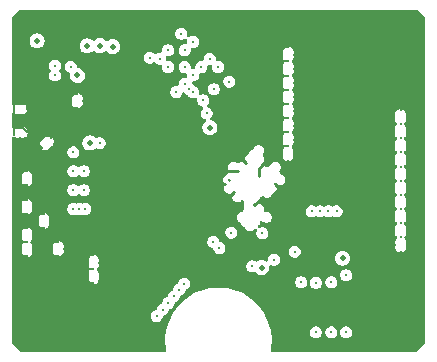
<source format=gbr>
%TF.GenerationSoftware,KiCad,Pcbnew,9.0.2*%
%TF.CreationDate,2025-11-14T17:05:06-08:00*%
%TF.ProjectId,pico2-nx-module,7069636f-322d-46e7-982d-6d6f64756c65,rev?*%
%TF.SameCoordinates,Original*%
%TF.FileFunction,Copper,L2,Inr*%
%TF.FilePolarity,Positive*%
%FSLAX46Y46*%
G04 Gerber Fmt 4.6, Leading zero omitted, Abs format (unit mm)*
G04 Created by KiCad (PCBNEW 9.0.2) date 2025-11-14 17:05:06*
%MOMM*%
%LPD*%
G01*
G04 APERTURE LIST*
%TA.AperFunction,ViaPad*%
%ADD10C,0.254000*%
%TD*%
%TA.AperFunction,ViaPad*%
%ADD11C,0.508000*%
%TD*%
%TA.AperFunction,Conductor*%
%ADD12C,0.156464*%
%TD*%
%TA.AperFunction,Conductor*%
%ADD13C,0.254000*%
%TD*%
G04 APERTURE END LIST*
D10*
%TO.N,GND*%
X101788460Y-90194400D03*
D11*
X106060000Y-73510000D03*
D10*
X103188460Y-87794400D03*
X133410000Y-82600000D03*
D11*
X121250000Y-73810000D03*
D10*
X103200000Y-85000000D03*
X122812379Y-85278234D03*
X101788460Y-84194400D03*
X103188460Y-84194400D03*
X103835812Y-81362184D03*
X116610000Y-74650000D03*
X123900000Y-74900000D03*
X123900000Y-83300000D03*
X100670000Y-77860000D03*
X105700000Y-89000000D03*
X107400000Y-92506850D03*
X133410000Y-83800000D03*
D11*
X124188800Y-98196800D03*
D10*
X118923292Y-83510467D03*
X123900000Y-82100000D03*
X100658378Y-79920000D03*
X121398166Y-84571127D03*
X106040000Y-78810000D03*
X133420000Y-91000000D03*
X101750000Y-78890000D03*
X119983952Y-86692447D03*
D11*
X102620000Y-75040000D03*
D10*
X100680000Y-81130000D03*
X120337505Y-83510467D03*
X121751719Y-86338894D03*
X133420000Y-86200000D03*
D11*
X105270000Y-77360000D03*
D10*
X104416814Y-90162715D03*
D11*
X130259400Y-93497800D03*
D10*
X133410000Y-85000000D03*
X120621178Y-89516439D03*
X103084000Y-82237666D03*
X123900000Y-77300000D03*
X123900000Y-73700000D03*
X101788460Y-91394400D03*
D11*
X125340768Y-91300000D03*
D10*
X112868822Y-73891178D03*
X115140000Y-78710000D03*
X115130000Y-78198427D03*
X107400000Y-91320000D03*
X119630399Y-84217574D03*
X100660000Y-79110000D03*
X123900000Y-80900000D03*
X114422893Y-74662893D03*
X121044612Y-87046001D03*
X106040023Y-77649129D03*
X113540000Y-83510000D03*
X133410000Y-80200000D03*
X119983952Y-87399554D03*
X104430000Y-91390000D03*
X133410000Y-81400000D03*
X101770000Y-80892931D03*
X133410000Y-79000000D03*
X119276845Y-85985341D03*
X101190000Y-80580000D03*
X129451600Y-93015200D03*
X123900000Y-79700000D03*
X101788460Y-87794400D03*
X133420000Y-88600000D03*
X133420000Y-89800000D03*
X101788460Y-85394400D03*
X123900000Y-76100000D03*
X124500000Y-87390000D03*
X118569739Y-85278234D03*
X133420000Y-87400000D03*
X123900000Y-78500000D03*
X101190000Y-78470000D03*
X101788460Y-88994400D03*
X107410000Y-93700000D03*
D11*
X103940000Y-95370000D03*
D10*
X101810000Y-81856828D03*
X103188460Y-88994400D03*
X101788460Y-86594400D03*
D11*
%TO.N,P5VD_AON*%
X106060001Y-76079997D03*
D10*
%TO.N,Net-(U5-FB)*%
X104160002Y-76085000D03*
%TO.N,P3V3D_FPGA*%
X118079973Y-90700000D03*
X117557707Y-90177734D03*
X128805400Y-93008985D03*
D11*
X107110691Y-81800691D03*
D10*
%TO.N,P1V8D_FPGA*%
X115530000Y-77240000D03*
D11*
X121640768Y-92349286D03*
X117270461Y-80500000D03*
D10*
X114850000Y-72560000D03*
X117251320Y-74662893D03*
X113715786Y-75370000D03*
D11*
X107970000Y-73570000D03*
D10*
X115837107Y-77491320D03*
X112177504Y-74570000D03*
D11*
%TO.N,P1VD_FPGA*%
X102640001Y-73149997D03*
D10*
%TO.N,Net-(U3F-VCCDPHY0)*%
X118923292Y-84924680D03*
%TO.N,Net-(U3G-VCCADPHY1)*%
X119080000Y-89390000D03*
D11*
%TO.N,PVIO5_FPGA*%
X106890000Y-73580000D03*
%TO.N,PVIO3_FPGA*%
X109050000Y-73650000D03*
X128506800Y-91567400D03*
D10*
%TO.N,/FPGA/DONE*%
X105700000Y-84200000D03*
%TO.N,/FPGA/FPGA_EN*%
X105470000Y-75340000D03*
X107940000Y-81820000D03*
%TO.N,Net-(U5-PG)*%
X104150001Y-75260000D03*
%TO.N,/FPGA/PB52A*%
X127300000Y-87600000D03*
%TO.N,/FPGA/JTAG_EN*%
X106200000Y-87400000D03*
%TO.N,/FPGA/TDO*%
X105700000Y-85800000D03*
%TO.N,/FPGA/TCK*%
X121710000Y-89450000D03*
X105700000Y-87400000D03*
%TO.N,/FPGA/TDI*%
X106600000Y-85800000D03*
%TO.N,/FPGA/TMS*%
X106700000Y-87400000D03*
%TO.N,/FPGA/PB52B*%
X128000000Y-87600000D03*
%TO.N,Net-(U3A-PT59A{slash}MCLK{slash}PCLKT0_0)*%
X124444060Y-91018071D03*
%TO.N,/FPGA/FLASH_CSn*%
X128795400Y-97845602D03*
X113748000Y-95352000D03*
%TO.N,/FPGA/SRAM_CEN*%
X117000000Y-79290000D03*
X113715786Y-73955786D03*
%TO.N,/FPGA/SRAM_RSTn*%
X113008680Y-74662893D03*
%TO.N,/FPGA/MOSI*%
X124995400Y-93595602D03*
X115100000Y-93727779D03*
%TO.N,/FPGA/SD3*%
X127545400Y-93595602D03*
X114206800Y-94793200D03*
%TO.N,/FPGA/SCLK*%
X114665600Y-94234400D03*
X126245400Y-93645602D03*
%TO.N,/FPGA/SD2*%
X112758800Y-96469600D03*
X122700000Y-91694400D03*
X126245400Y-97845602D03*
%TO.N,/FPGA/SRAM_DQ7*%
X117958427Y-75370000D03*
%TO.N,/FPGA/SRAM_DQ5*%
X117605000Y-77245000D03*
%TO.N,/FPGA/SRAM_RW*%
X115130000Y-75370000D03*
%TO.N,/FPGA/MISO*%
X113266800Y-95910800D03*
X127545400Y-97845602D03*
%TO.N,/FPGA/SRAM_DQ3*%
X115130000Y-76784214D03*
%TO.N,/FPGA/SRAM_CLK_P*%
X115130000Y-73955786D03*
%TO.N,/FPGA/SRAM_DQ2*%
X116700000Y-78190000D03*
%TO.N,/FPGA/SRAM_DQ4*%
X114422893Y-77491320D03*
%TO.N,/FPGA/PT65B*%
X120850000Y-92250000D03*
%TO.N,/FPGA/SRAM_DQ6*%
X118910000Y-76610000D03*
%TO.N,/FPGA/SRAM_DQ0*%
X115837107Y-76077107D03*
%TO.N,/FPGA/SRAM_CLK_N*%
X115837107Y-73248680D03*
%TO.N,/FPGA/SRAM_DQ1*%
X116544214Y-75370000D03*
%TO.N,/FPGA/PROGRAMn*%
X106600000Y-84200000D03*
%TO.N,/FPGA/PT57A*%
X105700000Y-82600000D03*
%TO.N,/FPGA/PB50A*%
X125900000Y-87601000D03*
%TO.N,/FPGA/PB50B*%
X126600000Y-87600000D03*
%TD*%
D12*
%TO.N,GND*%
X123270000Y-78500000D02*
X123250000Y-78520000D01*
D13*
X119002186Y-86260000D02*
X119000000Y-86260000D01*
D12*
X100650661Y-79100661D02*
X100650661Y-78500000D01*
X103870000Y-91230000D02*
X103870000Y-90290000D01*
D13*
X119276845Y-85985341D02*
X119002186Y-86260000D01*
D12*
X101187942Y-80577942D02*
X100690436Y-80577942D01*
X101770000Y-80892931D02*
X101457069Y-80580000D01*
D13*
X121044612Y-87046001D02*
X121751719Y-86338894D01*
D12*
X123400000Y-73700000D02*
X123250000Y-73850000D01*
X101160000Y-78500000D02*
X100650661Y-78500000D01*
X106040000Y-78810000D02*
X105600000Y-78810000D01*
X104030000Y-91390000D02*
X103870000Y-91230000D01*
X101788460Y-86594400D02*
X101304400Y-86594400D01*
X101788460Y-84194400D02*
X101455600Y-84194400D01*
X100658378Y-81108378D02*
X100658378Y-80610000D01*
X123900000Y-76100000D02*
X123260000Y-76100000D01*
D13*
X120330467Y-83510467D02*
X120020000Y-83200000D01*
D12*
X104404099Y-90150000D02*
X104416814Y-90162715D01*
X101750000Y-78890000D02*
X101750000Y-78560000D01*
D13*
X118569739Y-85278234D02*
X118301766Y-85278234D01*
X118672426Y-84217574D02*
X118670000Y-84220000D01*
D12*
X123250000Y-78520000D02*
X123250000Y-79690000D01*
X107120000Y-91320000D02*
X107400000Y-91320000D01*
X102805600Y-87794400D02*
X103188460Y-87794400D01*
X123260000Y-80900000D02*
X123250000Y-80890000D01*
X103870000Y-90290000D02*
X104010000Y-90150000D01*
X123250000Y-80890000D02*
X123250000Y-81950000D01*
X123900000Y-79700000D02*
X123260000Y-79700000D01*
X123900000Y-77300000D02*
X123250000Y-77300000D01*
X102810000Y-81730000D02*
X103320000Y-81220000D01*
X106930000Y-92500000D02*
X106930000Y-91510000D01*
X123250000Y-77300000D02*
X123250000Y-78520000D01*
X103320000Y-81220000D02*
X103693628Y-81220000D01*
X103084000Y-82237666D02*
X102810000Y-81963666D01*
X101788460Y-91394400D02*
X101464400Y-91394400D01*
X107100000Y-93700000D02*
X106930000Y-93530000D01*
D13*
X122812379Y-85278234D02*
X123044145Y-85510000D01*
D12*
X123250000Y-79690000D02*
X123250000Y-80890000D01*
X104430000Y-91390000D02*
X104030000Y-91390000D01*
X104010000Y-90150000D02*
X104404099Y-90150000D01*
X103693628Y-81220000D02*
X103835812Y-81362184D01*
X105600000Y-78810000D02*
X105430000Y-78640000D01*
D13*
X121398166Y-84571127D02*
X121398166Y-83981834D01*
X119983952Y-86692447D02*
X119983952Y-87399554D01*
D12*
X102700000Y-88800000D02*
X102700000Y-87900000D01*
X102810000Y-81963666D02*
X102810000Y-81730000D01*
X123900000Y-74900000D02*
X123250000Y-74900000D01*
X101464400Y-91394400D02*
X101290000Y-91220000D01*
D13*
X120337505Y-83510467D02*
X120330467Y-83510467D01*
D12*
X105770871Y-77649129D02*
X106040023Y-77649129D01*
X101290000Y-91220000D02*
X101290000Y-90210000D01*
X100658378Y-80610000D02*
X100658378Y-79920000D01*
X101788460Y-85394400D02*
X101325600Y-85394400D01*
X123900000Y-73700000D02*
X123400000Y-73700000D01*
X101660000Y-78470000D02*
X101190000Y-78470000D01*
X123250000Y-76110000D02*
X123250000Y-77300000D01*
X101788460Y-90194400D02*
X101305600Y-90194400D01*
X105430000Y-77990000D02*
X105770871Y-77649129D01*
X123250000Y-74900000D02*
X123250000Y-76110000D01*
D13*
X119630399Y-84217574D02*
X118672426Y-84217574D01*
D12*
X106930000Y-91510000D02*
X107120000Y-91320000D01*
X101455600Y-84194400D02*
X101290000Y-84360000D01*
X100640661Y-78490000D02*
X100640661Y-77889339D01*
X101750000Y-78560000D02*
X101660000Y-78470000D01*
X107400000Y-92506850D02*
X106936850Y-92506850D01*
X123250000Y-81950000D02*
X123400000Y-82100000D01*
X106930000Y-93530000D02*
X106930000Y-92500000D01*
X101457069Y-80580000D02*
X101190000Y-80580000D01*
X105430000Y-78640000D02*
X105430000Y-77990000D01*
X123260000Y-79700000D02*
X123250000Y-79690000D01*
D13*
X123044145Y-85510000D02*
X123050000Y-85510000D01*
D12*
X102700000Y-87900000D02*
X102805600Y-87794400D01*
X123900000Y-80900000D02*
X123260000Y-80900000D01*
X123250000Y-73850000D02*
X123250000Y-74900000D01*
X100658378Y-79920000D02*
X100658378Y-79111622D01*
X123260000Y-76100000D02*
X123250000Y-76110000D01*
X123900000Y-78500000D02*
X123270000Y-78500000D01*
X101788460Y-87794400D02*
X101294400Y-87794400D01*
X101290000Y-84360000D02*
X101290000Y-90210000D01*
X107410000Y-93700000D02*
X107100000Y-93700000D01*
X101788460Y-88994400D02*
X101294400Y-88994400D01*
X103188460Y-88994400D02*
X102894400Y-88994400D01*
D13*
X121398166Y-83981834D02*
X121760000Y-83620000D01*
D12*
X123400000Y-82100000D02*
X123900000Y-82100000D01*
D13*
X118301766Y-85278234D02*
X118300000Y-85280000D01*
D12*
X102894400Y-88994400D02*
X102700000Y-88800000D01*
D13*
%TO.N,Net-(U3F-VCCDPHY0)*%
X118923292Y-84924680D02*
X118923292Y-84913292D01*
%TD*%
%TA.AperFunction,Conductor*%
%TO.N,GND*%
G36*
X134805049Y-70528185D02*
G01*
X134825691Y-70544819D01*
X135455181Y-71174308D01*
X135488666Y-71235631D01*
X135491500Y-71261989D01*
X135491500Y-98738010D01*
X135471815Y-98805049D01*
X135455181Y-98825691D01*
X134825691Y-99455181D01*
X134764368Y-99488666D01*
X134738010Y-99491500D01*
X122549172Y-99491500D01*
X122482133Y-99471815D01*
X122436378Y-99419011D01*
X122426434Y-99349853D01*
X122426838Y-99347241D01*
X122435298Y-99296151D01*
X122471576Y-99077088D01*
X122501238Y-98656050D01*
X122491343Y-98234083D01*
X122441979Y-97814897D01*
X122434217Y-97778657D01*
X125736900Y-97778657D01*
X125736900Y-97912547D01*
X125771553Y-98041876D01*
X125838499Y-98157828D01*
X125933174Y-98252503D01*
X126049126Y-98319449D01*
X126178455Y-98354102D01*
X126178457Y-98354102D01*
X126312343Y-98354102D01*
X126312345Y-98354102D01*
X126441674Y-98319449D01*
X126557626Y-98252503D01*
X126652301Y-98157828D01*
X126719247Y-98041876D01*
X126753900Y-97912547D01*
X126753900Y-97778657D01*
X127036900Y-97778657D01*
X127036900Y-97912547D01*
X127071553Y-98041876D01*
X127138499Y-98157828D01*
X127233174Y-98252503D01*
X127349126Y-98319449D01*
X127478455Y-98354102D01*
X127478457Y-98354102D01*
X127612343Y-98354102D01*
X127612345Y-98354102D01*
X127741674Y-98319449D01*
X127857626Y-98252503D01*
X127952301Y-98157828D01*
X128019247Y-98041876D01*
X128053900Y-97912547D01*
X128053900Y-97778657D01*
X128286900Y-97778657D01*
X128286900Y-97912547D01*
X128312080Y-98006524D01*
X128321553Y-98041877D01*
X128355026Y-98099852D01*
X128388499Y-98157828D01*
X128483174Y-98252503D01*
X128599126Y-98319449D01*
X128728455Y-98354102D01*
X128728457Y-98354102D01*
X128862343Y-98354102D01*
X128862345Y-98354102D01*
X128991674Y-98319449D01*
X129107626Y-98252503D01*
X129202301Y-98157828D01*
X129269247Y-98041876D01*
X129303900Y-97912547D01*
X129303900Y-97778657D01*
X129269247Y-97649328D01*
X129202301Y-97533376D01*
X129107626Y-97438701D01*
X128991674Y-97371755D01*
X128862345Y-97337102D01*
X128728455Y-97337102D01*
X128599125Y-97371755D01*
X128483174Y-97438701D01*
X128483171Y-97438703D01*
X128388501Y-97533373D01*
X128388499Y-97533376D01*
X128321553Y-97649327D01*
X128321553Y-97649328D01*
X128286900Y-97778657D01*
X128053900Y-97778657D01*
X128019247Y-97649328D01*
X127952301Y-97533376D01*
X127857626Y-97438701D01*
X127741674Y-97371755D01*
X127612345Y-97337102D01*
X127478455Y-97337102D01*
X127349125Y-97371755D01*
X127233174Y-97438701D01*
X127233171Y-97438703D01*
X127138501Y-97533373D01*
X127138499Y-97533376D01*
X127071553Y-97649327D01*
X127071553Y-97649328D01*
X127036900Y-97778657D01*
X126753900Y-97778657D01*
X126719247Y-97649328D01*
X126652301Y-97533376D01*
X126557626Y-97438701D01*
X126441674Y-97371755D01*
X126312345Y-97337102D01*
X126178455Y-97337102D01*
X126049125Y-97371755D01*
X125933174Y-97438701D01*
X125933171Y-97438703D01*
X125838501Y-97533373D01*
X125838499Y-97533376D01*
X125771553Y-97649327D01*
X125771553Y-97649328D01*
X125736900Y-97778657D01*
X122434217Y-97778657D01*
X122428221Y-97750666D01*
X122353577Y-97402172D01*
X122311357Y-97267966D01*
X122226917Y-96999546D01*
X122063110Y-96610547D01*
X121863597Y-96238595D01*
X121853261Y-96223028D01*
X121630136Y-95886970D01*
X121630135Y-95886969D01*
X121630130Y-95886961D01*
X121364761Y-95558733D01*
X121145656Y-95334430D01*
X121069827Y-95256802D01*
X121069826Y-95256801D01*
X121069823Y-95256798D01*
X120891321Y-95105425D01*
X120747903Y-94983804D01*
X120401849Y-94742166D01*
X120401841Y-94742161D01*
X120034682Y-94533990D01*
X120034664Y-94533981D01*
X119649623Y-94361105D01*
X119649606Y-94361098D01*
X119250084Y-94225043D01*
X119250076Y-94225040D01*
X118839520Y-94126983D01*
X118421630Y-94067809D01*
X118421624Y-94067808D01*
X118421619Y-94067808D01*
X118000000Y-94048025D01*
X117578381Y-94067808D01*
X117578376Y-94067808D01*
X117578369Y-94067809D01*
X117160479Y-94126983D01*
X116749923Y-94225040D01*
X116749915Y-94225043D01*
X116350393Y-94361098D01*
X116350376Y-94361105D01*
X115965335Y-94533981D01*
X115965317Y-94533990D01*
X115598158Y-94742161D01*
X115598150Y-94742166D01*
X115252096Y-94983804D01*
X114930172Y-95256802D01*
X114635243Y-95558728D01*
X114635236Y-95558735D01*
X114369880Y-95886948D01*
X114369863Y-95886970D01*
X114136403Y-96238593D01*
X113976584Y-96536545D01*
X113936890Y-96610547D01*
X113782114Y-96978100D01*
X113773080Y-96999554D01*
X113646422Y-97402172D01*
X113558020Y-97814899D01*
X113508656Y-98234083D01*
X113508656Y-98234085D01*
X113498762Y-98656050D01*
X113498762Y-98656061D01*
X113528423Y-99077082D01*
X113573162Y-99347241D01*
X113564695Y-99416596D01*
X113520075Y-99470363D01*
X113453471Y-99491472D01*
X113450828Y-99491500D01*
X101261989Y-99491500D01*
X101194950Y-99471815D01*
X101174308Y-99455181D01*
X100544819Y-98825691D01*
X100511334Y-98764368D01*
X100508500Y-98738010D01*
X100508500Y-96402655D01*
X112250300Y-96402655D01*
X112250300Y-96536545D01*
X112284953Y-96665874D01*
X112351899Y-96781826D01*
X112446574Y-96876501D01*
X112562526Y-96943447D01*
X112691855Y-96978100D01*
X112691857Y-96978100D01*
X112825743Y-96978100D01*
X112825745Y-96978100D01*
X112955074Y-96943447D01*
X113071026Y-96876501D01*
X113165701Y-96781826D01*
X113232647Y-96665874D01*
X113267300Y-96536545D01*
X113267300Y-96532252D01*
X113268324Y-96528763D01*
X113268361Y-96528485D01*
X113268404Y-96528490D01*
X113286985Y-96465213D01*
X113339789Y-96419458D01*
X113359200Y-96412479D01*
X113463074Y-96384647D01*
X113579026Y-96317701D01*
X113673701Y-96223026D01*
X113740647Y-96107074D01*
X113775300Y-95977745D01*
X113775300Y-95966271D01*
X113794985Y-95899232D01*
X113847789Y-95853477D01*
X113867199Y-95846498D01*
X113944274Y-95825847D01*
X114060226Y-95758901D01*
X114154901Y-95664226D01*
X114221847Y-95548274D01*
X114256500Y-95418945D01*
X114256500Y-95401469D01*
X114276185Y-95334430D01*
X114328989Y-95288675D01*
X114348403Y-95281695D01*
X114403074Y-95267047D01*
X114519026Y-95200101D01*
X114613701Y-95105426D01*
X114680647Y-94989474D01*
X114715300Y-94860145D01*
X114715300Y-94842669D01*
X114734985Y-94775630D01*
X114787789Y-94729875D01*
X114807203Y-94722895D01*
X114861874Y-94708247D01*
X114977826Y-94641301D01*
X115072501Y-94546626D01*
X115139447Y-94430674D01*
X115174100Y-94301345D01*
X115174100Y-94301342D01*
X115174906Y-94298334D01*
X115211270Y-94238673D01*
X115262589Y-94210651D01*
X115296274Y-94201626D01*
X115412226Y-94134680D01*
X115506901Y-94040005D01*
X115573847Y-93924053D01*
X115608500Y-93794724D01*
X115608500Y-93660834D01*
X115573847Y-93531505D01*
X115573443Y-93530806D01*
X115572202Y-93528657D01*
X124486900Y-93528657D01*
X124486900Y-93662547D01*
X124521553Y-93791876D01*
X124588499Y-93907828D01*
X124683174Y-94002503D01*
X124799126Y-94069449D01*
X124928455Y-94104102D01*
X124928457Y-94104102D01*
X125062343Y-94104102D01*
X125062345Y-94104102D01*
X125191674Y-94069449D01*
X125307626Y-94002503D01*
X125402301Y-93907828D01*
X125469247Y-93791876D01*
X125503900Y-93662547D01*
X125503900Y-93578657D01*
X125736900Y-93578657D01*
X125736900Y-93712547D01*
X125738926Y-93720108D01*
X125738926Y-93720109D01*
X125747344Y-93751526D01*
X125771553Y-93841876D01*
X125838499Y-93957828D01*
X125933174Y-94052503D01*
X126049126Y-94119449D01*
X126178455Y-94154102D01*
X126178457Y-94154102D01*
X126312343Y-94154102D01*
X126312345Y-94154102D01*
X126441674Y-94119449D01*
X126557626Y-94052503D01*
X126652301Y-93957828D01*
X126719247Y-93841876D01*
X126753900Y-93712547D01*
X126753900Y-93578657D01*
X126740503Y-93528657D01*
X127036900Y-93528657D01*
X127036900Y-93662547D01*
X127071553Y-93791876D01*
X127138499Y-93907828D01*
X127233174Y-94002503D01*
X127349126Y-94069449D01*
X127478455Y-94104102D01*
X127478457Y-94104102D01*
X127612343Y-94104102D01*
X127612345Y-94104102D01*
X127741674Y-94069449D01*
X127857626Y-94002503D01*
X127952301Y-93907828D01*
X128019247Y-93791876D01*
X128053900Y-93662547D01*
X128053900Y-93528657D01*
X128019247Y-93399328D01*
X127952301Y-93283376D01*
X127857626Y-93188701D01*
X127741674Y-93121755D01*
X127612345Y-93087102D01*
X127478455Y-93087102D01*
X127349125Y-93121755D01*
X127233174Y-93188701D01*
X127233171Y-93188703D01*
X127138501Y-93283373D01*
X127138499Y-93283376D01*
X127071553Y-93399327D01*
X127039894Y-93517484D01*
X127036900Y-93528657D01*
X126740503Y-93528657D01*
X126719247Y-93449328D01*
X126652301Y-93333376D01*
X126557626Y-93238701D01*
X126441674Y-93171755D01*
X126312345Y-93137102D01*
X126178455Y-93137102D01*
X126049125Y-93171755D01*
X125933174Y-93238701D01*
X125933171Y-93238703D01*
X125838501Y-93333373D01*
X125838499Y-93333376D01*
X125771553Y-93449327D01*
X125750297Y-93528659D01*
X125736900Y-93578657D01*
X125503900Y-93578657D01*
X125503900Y-93528657D01*
X125469247Y-93399328D01*
X125402301Y-93283376D01*
X125307626Y-93188701D01*
X125191674Y-93121755D01*
X125062345Y-93087102D01*
X124928455Y-93087102D01*
X124799125Y-93121755D01*
X124683174Y-93188701D01*
X124683171Y-93188703D01*
X124588501Y-93283373D01*
X124588499Y-93283376D01*
X124521553Y-93399327D01*
X124489894Y-93517484D01*
X124486900Y-93528657D01*
X115572202Y-93528657D01*
X115545745Y-93482832D01*
X115506901Y-93415553D01*
X115412226Y-93320878D01*
X115296274Y-93253932D01*
X115166945Y-93219279D01*
X115033055Y-93219279D01*
X114903725Y-93253932D01*
X114787774Y-93320878D01*
X114787771Y-93320880D01*
X114693101Y-93415550D01*
X114693099Y-93415553D01*
X114626557Y-93530806D01*
X114626153Y-93531505D01*
X114591500Y-93660834D01*
X114590693Y-93663846D01*
X114554328Y-93723506D01*
X114503013Y-93751526D01*
X114469327Y-93760552D01*
X114469326Y-93760552D01*
X114353374Y-93827499D01*
X114353371Y-93827501D01*
X114258701Y-93922171D01*
X114258699Y-93922174D01*
X114191753Y-94038125D01*
X114157100Y-94167455D01*
X114157100Y-94184930D01*
X114137415Y-94251969D01*
X114084611Y-94297724D01*
X114065194Y-94304705D01*
X114010524Y-94319353D01*
X113894574Y-94386299D01*
X113894571Y-94386301D01*
X113799901Y-94480971D01*
X113799899Y-94480974D01*
X113732953Y-94596925D01*
X113698300Y-94726255D01*
X113698300Y-94743730D01*
X113678615Y-94810769D01*
X113625811Y-94856524D01*
X113606394Y-94863505D01*
X113551724Y-94878153D01*
X113435774Y-94945099D01*
X113435771Y-94945101D01*
X113341101Y-95039771D01*
X113341099Y-95039774D01*
X113274153Y-95155725D01*
X113239500Y-95285055D01*
X113239500Y-95296528D01*
X113219815Y-95363567D01*
X113167011Y-95409322D01*
X113147593Y-95416303D01*
X113070526Y-95436953D01*
X113070524Y-95436953D01*
X113070524Y-95436954D01*
X112954574Y-95503899D01*
X112954571Y-95503901D01*
X112859901Y-95598571D01*
X112859899Y-95598574D01*
X112792953Y-95714525D01*
X112758300Y-95843855D01*
X112758300Y-95848147D01*
X112757275Y-95851634D01*
X112757239Y-95851915D01*
X112757195Y-95851909D01*
X112738615Y-95915186D01*
X112685811Y-95960941D01*
X112666394Y-95967922D01*
X112642848Y-95974231D01*
X112562526Y-95995753D01*
X112562524Y-95995753D01*
X112562524Y-95995754D01*
X112446574Y-96062699D01*
X112446571Y-96062701D01*
X112351901Y-96157371D01*
X112351899Y-96157374D01*
X112284953Y-96273325D01*
X112284953Y-96273326D01*
X112250300Y-96402655D01*
X100508500Y-96402655D01*
X100508500Y-91649743D01*
X106942300Y-91649743D01*
X106942300Y-91770257D01*
X106968602Y-91868415D01*
X106970301Y-91874756D01*
X106970301Y-91938943D01*
X106942300Y-92043443D01*
X106942300Y-92163957D01*
X106963094Y-92241562D01*
X106973492Y-92280366D01*
X106973495Y-92280371D01*
X107033744Y-92384727D01*
X107033750Y-92384735D01*
X107071608Y-92422593D01*
X107105093Y-92483916D01*
X107100109Y-92553608D01*
X107071611Y-92597953D01*
X107043748Y-92625817D01*
X107043744Y-92625822D01*
X106983495Y-92730178D01*
X106983492Y-92730183D01*
X106962697Y-92807790D01*
X106952300Y-92846593D01*
X106952300Y-92967107D01*
X106980301Y-93071605D01*
X106980301Y-93071606D01*
X106980301Y-93135793D01*
X106952300Y-93240293D01*
X106952300Y-93360807D01*
X106967059Y-93415886D01*
X106983492Y-93477216D01*
X106983495Y-93477221D01*
X107043744Y-93581577D01*
X107043748Y-93581582D01*
X107043749Y-93581584D01*
X107128966Y-93666801D01*
X107128968Y-93666802D01*
X107128972Y-93666805D01*
X107208199Y-93712546D01*
X107233335Y-93727058D01*
X107349743Y-93758250D01*
X107349745Y-93758250D01*
X107470255Y-93758250D01*
X107470257Y-93758250D01*
X107586665Y-93727058D01*
X107691034Y-93666801D01*
X107776251Y-93581584D01*
X107836508Y-93477215D01*
X107867700Y-93360807D01*
X107867700Y-93240293D01*
X107839699Y-93135793D01*
X107839699Y-93071605D01*
X107867700Y-92967107D01*
X107867700Y-92846593D01*
X107836508Y-92730185D01*
X107835927Y-92729178D01*
X107776255Y-92625822D01*
X107776252Y-92625818D01*
X107776251Y-92625816D01*
X107738391Y-92587956D01*
X107704906Y-92526633D01*
X107709890Y-92456941D01*
X107738391Y-92412594D01*
X107739108Y-92411877D01*
X107766251Y-92384734D01*
X107826508Y-92280365D01*
X107852583Y-92183055D01*
X120341500Y-92183055D01*
X120341500Y-92316945D01*
X120376153Y-92446274D01*
X120443099Y-92562226D01*
X120537774Y-92656901D01*
X120653726Y-92723847D01*
X120783055Y-92758500D01*
X120783057Y-92758500D01*
X120916943Y-92758500D01*
X120916945Y-92758500D01*
X121032584Y-92727515D01*
X121102433Y-92729178D01*
X121152357Y-92759609D01*
X121235656Y-92842908D01*
X121235660Y-92842911D01*
X121339739Y-92912455D01*
X121339752Y-92912462D01*
X121455394Y-92960362D01*
X121455399Y-92960364D01*
X121578172Y-92984785D01*
X121578176Y-92984786D01*
X121578177Y-92984786D01*
X121703360Y-92984786D01*
X121703361Y-92984785D01*
X121826137Y-92960364D01*
X121870375Y-92942040D01*
X128296900Y-92942040D01*
X128296900Y-93075930D01*
X128331553Y-93205259D01*
X128398499Y-93321211D01*
X128493174Y-93415886D01*
X128609126Y-93482832D01*
X128738455Y-93517485D01*
X128738457Y-93517485D01*
X128872343Y-93517485D01*
X128872345Y-93517485D01*
X129001674Y-93482832D01*
X129117626Y-93415886D01*
X129212301Y-93321211D01*
X129279247Y-93205259D01*
X129313900Y-93075930D01*
X129313900Y-92942040D01*
X129279247Y-92812711D01*
X129212301Y-92696759D01*
X129117626Y-92602084D01*
X129001674Y-92535138D01*
X128872345Y-92500485D01*
X128738455Y-92500485D01*
X128609125Y-92535138D01*
X128493174Y-92602084D01*
X128493171Y-92602086D01*
X128398501Y-92696756D01*
X128398499Y-92696759D01*
X128331553Y-92812710D01*
X128322474Y-92846594D01*
X128296900Y-92942040D01*
X121870375Y-92942040D01*
X121941790Y-92912459D01*
X122045876Y-92842911D01*
X122134393Y-92754394D01*
X122203941Y-92650308D01*
X122214086Y-92625817D01*
X122240425Y-92562228D01*
X122251846Y-92534655D01*
X122276268Y-92411877D01*
X122276268Y-92286695D01*
X122273531Y-92272934D01*
X122279758Y-92203342D01*
X122322621Y-92148165D01*
X122388511Y-92124920D01*
X122456508Y-92140988D01*
X122457149Y-92141356D01*
X122503720Y-92168244D01*
X122503721Y-92168244D01*
X122503726Y-92168247D01*
X122633055Y-92202900D01*
X122633057Y-92202900D01*
X122766943Y-92202900D01*
X122766945Y-92202900D01*
X122896274Y-92168247D01*
X123012226Y-92101301D01*
X123106901Y-92006626D01*
X123173847Y-91890674D01*
X123208500Y-91761345D01*
X123208500Y-91627455D01*
X123173847Y-91498126D01*
X123106901Y-91382174D01*
X123012226Y-91287499D01*
X122896274Y-91220553D01*
X122766945Y-91185900D01*
X122633055Y-91185900D01*
X122503725Y-91220553D01*
X122387774Y-91287499D01*
X122387771Y-91287501D01*
X122293101Y-91382171D01*
X122293099Y-91382174D01*
X122226153Y-91498125D01*
X122191500Y-91627455D01*
X122191500Y-91720975D01*
X122171815Y-91788014D01*
X122119011Y-91833769D01*
X122049853Y-91843713D01*
X121998610Y-91824078D01*
X121941794Y-91786115D01*
X121941783Y-91786109D01*
X121826141Y-91738209D01*
X121826129Y-91738206D01*
X121703363Y-91713786D01*
X121703359Y-91713786D01*
X121578177Y-91713786D01*
X121578172Y-91713786D01*
X121455406Y-91738206D01*
X121455394Y-91738209D01*
X121339752Y-91786109D01*
X121339741Y-91786115D01*
X121275818Y-91828827D01*
X121209140Y-91849704D01*
X121144927Y-91833111D01*
X121046275Y-91776153D01*
X120958972Y-91752761D01*
X120916945Y-91741500D01*
X120783055Y-91741500D01*
X120653725Y-91776153D01*
X120537774Y-91843099D01*
X120537771Y-91843101D01*
X120443101Y-91937771D01*
X120443099Y-91937774D01*
X120376153Y-92053725D01*
X120345468Y-92168245D01*
X120341500Y-92183055D01*
X107852583Y-92183055D01*
X107857700Y-92163957D01*
X107857700Y-92043443D01*
X107829699Y-91938943D01*
X107829699Y-91874755D01*
X107857700Y-91770257D01*
X107857700Y-91649743D01*
X107826508Y-91533335D01*
X107802596Y-91491918D01*
X107766255Y-91428972D01*
X107766249Y-91428964D01*
X107681035Y-91343750D01*
X107681027Y-91343744D01*
X107576671Y-91283495D01*
X107576666Y-91283492D01*
X107512818Y-91266384D01*
X107460257Y-91252300D01*
X107339743Y-91252300D01*
X107287230Y-91266371D01*
X107223333Y-91283492D01*
X107223328Y-91283495D01*
X107118972Y-91343744D01*
X107118964Y-91343750D01*
X107033750Y-91428964D01*
X107033744Y-91428972D01*
X106973495Y-91533328D01*
X106973492Y-91533333D01*
X106952697Y-91610940D01*
X106942300Y-91649743D01*
X100508500Y-91649743D01*
X100508500Y-90542893D01*
X101300708Y-90542893D01*
X101300708Y-90663407D01*
X101328709Y-90767905D01*
X101328709Y-90767906D01*
X101328709Y-90832093D01*
X101300708Y-90936593D01*
X101300708Y-91057107D01*
X101314050Y-91106898D01*
X101331900Y-91173516D01*
X101331903Y-91173521D01*
X101392152Y-91277877D01*
X101392156Y-91277882D01*
X101392157Y-91277884D01*
X101477374Y-91363101D01*
X101477376Y-91363102D01*
X101477380Y-91363105D01*
X101581736Y-91423354D01*
X101581743Y-91423358D01*
X101698151Y-91454550D01*
X101698153Y-91454550D01*
X101818663Y-91454550D01*
X101818665Y-91454550D01*
X101935073Y-91423358D01*
X102039442Y-91363101D01*
X102124659Y-91277884D01*
X102184916Y-91173515D01*
X102216108Y-91057107D01*
X102216108Y-90936593D01*
X102188107Y-90832093D01*
X102188107Y-90767905D01*
X102216108Y-90663407D01*
X102216108Y-90542893D01*
X102201472Y-90488272D01*
X103968202Y-90488272D01*
X103968202Y-90608786D01*
X103988560Y-90684760D01*
X103996203Y-90713285D01*
X103996203Y-90777472D01*
X103968202Y-90881972D01*
X103968202Y-91002486D01*
X103982838Y-91057107D01*
X103999394Y-91118895D01*
X103999397Y-91118900D01*
X104059646Y-91223256D01*
X104059650Y-91223261D01*
X104059651Y-91223263D01*
X104144868Y-91308480D01*
X104144870Y-91308481D01*
X104144874Y-91308484D01*
X104239475Y-91363101D01*
X104249237Y-91368737D01*
X104365645Y-91399929D01*
X104365647Y-91399929D01*
X104486157Y-91399929D01*
X104486159Y-91399929D01*
X104602567Y-91368737D01*
X104706936Y-91308480D01*
X104792153Y-91223263D01*
X104852410Y-91118894D01*
X104883602Y-91002486D01*
X104883602Y-90881972D01*
X104855601Y-90777472D01*
X104855601Y-90713284D01*
X104883602Y-90608786D01*
X104883602Y-90488272D01*
X104852410Y-90371864D01*
X104823687Y-90322114D01*
X104792157Y-90267501D01*
X104792151Y-90267493D01*
X104706937Y-90182279D01*
X104706929Y-90182273D01*
X104602573Y-90122024D01*
X104602568Y-90122021D01*
X104560649Y-90110789D01*
X117049207Y-90110789D01*
X117049207Y-90244679D01*
X117083860Y-90374008D01*
X117150806Y-90489960D01*
X117245481Y-90584635D01*
X117361433Y-90651581D01*
X117485266Y-90684761D01*
X117544924Y-90721124D01*
X117572945Y-90772441D01*
X117606126Y-90896274D01*
X117673072Y-91012226D01*
X117767747Y-91106901D01*
X117883699Y-91173847D01*
X118013028Y-91208500D01*
X118013030Y-91208500D01*
X118146916Y-91208500D01*
X118146918Y-91208500D01*
X118276247Y-91173847D01*
X118392199Y-91106901D01*
X118486874Y-91012226D01*
X118522151Y-90951126D01*
X123935560Y-90951126D01*
X123935560Y-91085016D01*
X123970213Y-91214345D01*
X124037159Y-91330297D01*
X124131834Y-91424972D01*
X124247786Y-91491918D01*
X124377115Y-91526571D01*
X124377117Y-91526571D01*
X124511003Y-91526571D01*
X124511005Y-91526571D01*
X124592242Y-91504804D01*
X127871300Y-91504804D01*
X127871300Y-91629995D01*
X127895720Y-91752761D01*
X127895723Y-91752773D01*
X127943623Y-91868415D01*
X127943630Y-91868428D01*
X128013174Y-91972507D01*
X128013177Y-91972511D01*
X128101688Y-92061022D01*
X128101692Y-92061025D01*
X128205771Y-92130569D01*
X128205784Y-92130576D01*
X128296731Y-92168247D01*
X128321431Y-92178478D01*
X128444204Y-92202899D01*
X128444208Y-92202900D01*
X128444209Y-92202900D01*
X128569392Y-92202900D01*
X128569393Y-92202899D01*
X128692169Y-92178478D01*
X128807822Y-92130573D01*
X128911908Y-92061025D01*
X129000425Y-91972508D01*
X129069973Y-91868422D01*
X129117878Y-91752769D01*
X129142300Y-91629991D01*
X129142300Y-91504809D01*
X129117878Y-91382031D01*
X129117876Y-91382026D01*
X129069976Y-91266384D01*
X129069969Y-91266371D01*
X129000425Y-91162292D01*
X129000422Y-91162288D01*
X128911911Y-91073777D01*
X128911907Y-91073774D01*
X128807828Y-91004230D01*
X128807815Y-91004223D01*
X128692173Y-90956323D01*
X128692161Y-90956320D01*
X128569395Y-90931900D01*
X128569391Y-90931900D01*
X128444209Y-90931900D01*
X128444204Y-90931900D01*
X128321438Y-90956320D01*
X128321426Y-90956323D01*
X128205784Y-91004223D01*
X128205771Y-91004230D01*
X128101692Y-91073774D01*
X128101688Y-91073777D01*
X128013177Y-91162288D01*
X128013174Y-91162292D01*
X127943630Y-91266371D01*
X127943623Y-91266384D01*
X127895723Y-91382026D01*
X127895720Y-91382038D01*
X127871300Y-91504804D01*
X124592242Y-91504804D01*
X124640334Y-91491918D01*
X124756286Y-91424972D01*
X124850961Y-91330297D01*
X124917907Y-91214345D01*
X124952560Y-91085016D01*
X124952560Y-90951126D01*
X124917907Y-90821797D01*
X124850961Y-90705845D01*
X124756286Y-90611170D01*
X124640334Y-90544224D01*
X124511005Y-90509571D01*
X124377115Y-90509571D01*
X124247785Y-90544224D01*
X124131834Y-90611170D01*
X124131831Y-90611172D01*
X124037161Y-90705842D01*
X124037159Y-90705845D01*
X123970213Y-90821796D01*
X123939455Y-90936590D01*
X123935560Y-90951126D01*
X118522151Y-90951126D01*
X118553820Y-90896274D01*
X118588473Y-90766945D01*
X118588473Y-90633055D01*
X118553820Y-90503726D01*
X118486874Y-90387774D01*
X118392199Y-90293099D01*
X118276247Y-90226153D01*
X118152414Y-90192972D01*
X118092754Y-90156608D01*
X118064734Y-90105294D01*
X118031554Y-89981460D01*
X118026967Y-89973516D01*
X118018297Y-89958499D01*
X117964608Y-89865508D01*
X117869933Y-89770833D01*
X117753981Y-89703887D01*
X117624652Y-89669234D01*
X117490762Y-89669234D01*
X117361432Y-89703887D01*
X117245481Y-89770833D01*
X117245478Y-89770835D01*
X117150808Y-89865505D01*
X117150806Y-89865508D01*
X117083860Y-89981459D01*
X117071796Y-90026483D01*
X117049207Y-90110789D01*
X104560649Y-90110789D01*
X104486159Y-90090829D01*
X104365645Y-90090829D01*
X104335088Y-90099017D01*
X104249235Y-90122021D01*
X104249230Y-90122024D01*
X104144874Y-90182273D01*
X104144866Y-90182279D01*
X104059652Y-90267493D01*
X104059646Y-90267501D01*
X103999397Y-90371857D01*
X103999394Y-90371862D01*
X103984758Y-90426485D01*
X103968202Y-90488272D01*
X102201472Y-90488272D01*
X102184916Y-90426485D01*
X102169625Y-90400000D01*
X102124663Y-90322122D01*
X102124657Y-90322114D01*
X102103526Y-90300983D01*
X102070041Y-90239660D01*
X102075025Y-90169968D01*
X102103526Y-90125621D01*
X102123856Y-90105291D01*
X102151263Y-90077884D01*
X102211520Y-89973515D01*
X102242712Y-89857107D01*
X102242712Y-89736593D01*
X102214711Y-89632093D01*
X102214711Y-89567905D01*
X102228366Y-89516945D01*
X102242712Y-89463407D01*
X102242712Y-89342893D01*
X102237396Y-89323055D01*
X118571500Y-89323055D01*
X118571500Y-89456945D01*
X118606153Y-89586274D01*
X118673099Y-89702226D01*
X118767774Y-89796901D01*
X118883726Y-89863847D01*
X119013055Y-89898500D01*
X119013057Y-89898500D01*
X119146943Y-89898500D01*
X119146945Y-89898500D01*
X119276274Y-89863847D01*
X119392226Y-89796901D01*
X119486901Y-89702226D01*
X119553847Y-89586274D01*
X119588500Y-89456945D01*
X119588500Y-89323055D01*
X119553847Y-89193726D01*
X119486901Y-89077774D01*
X119392226Y-88983099D01*
X119276274Y-88916153D01*
X119146945Y-88881500D01*
X119013055Y-88881500D01*
X118883725Y-88916153D01*
X118767774Y-88983099D01*
X118767771Y-88983101D01*
X118673101Y-89077771D01*
X118673099Y-89077774D01*
X118606153Y-89193725D01*
X118590076Y-89253726D01*
X118571500Y-89323055D01*
X102237396Y-89323055D01*
X102211520Y-89226485D01*
X102192606Y-89193725D01*
X102151267Y-89122122D01*
X102151261Y-89122114D01*
X102066047Y-89036900D01*
X102066039Y-89036894D01*
X101961683Y-88976645D01*
X101961678Y-88976642D01*
X101911142Y-88963101D01*
X101845269Y-88945450D01*
X101724755Y-88945450D01*
X101666551Y-88961046D01*
X101608345Y-88976642D01*
X101608340Y-88976645D01*
X101503984Y-89036894D01*
X101503976Y-89036900D01*
X101418762Y-89122114D01*
X101418756Y-89122122D01*
X101358507Y-89226478D01*
X101358504Y-89226483D01*
X101337709Y-89304090D01*
X101327312Y-89342893D01*
X101327312Y-89463407D01*
X101341658Y-89516945D01*
X101355313Y-89567906D01*
X101355313Y-89632093D01*
X101327312Y-89736593D01*
X101327312Y-89857107D01*
X101344732Y-89922118D01*
X101358504Y-89973516D01*
X101358507Y-89973521D01*
X101418756Y-90077877D01*
X101418762Y-90077885D01*
X101439894Y-90099017D01*
X101473379Y-90160340D01*
X101468395Y-90230032D01*
X101439894Y-90274379D01*
X101392158Y-90322114D01*
X101392152Y-90322122D01*
X101331903Y-90426478D01*
X101331900Y-90426483D01*
X101315344Y-90488272D01*
X101300708Y-90542893D01*
X100508500Y-90542893D01*
X100508500Y-88142893D01*
X102760812Y-88142893D01*
X102760812Y-88263407D01*
X102788813Y-88367905D01*
X102788813Y-88367906D01*
X102788813Y-88432093D01*
X102760812Y-88536593D01*
X102760812Y-88657107D01*
X102778233Y-88722122D01*
X102792004Y-88773516D01*
X102792007Y-88773521D01*
X102852256Y-88877877D01*
X102852260Y-88877882D01*
X102852261Y-88877884D01*
X102937478Y-88963101D01*
X102937480Y-88963102D01*
X102937484Y-88963105D01*
X102984829Y-88990439D01*
X103041847Y-89023358D01*
X103158255Y-89054550D01*
X103158257Y-89054550D01*
X103278767Y-89054550D01*
X103278769Y-89054550D01*
X103395177Y-89023358D01*
X103499546Y-88963101D01*
X103584763Y-88877884D01*
X103645020Y-88773515D01*
X103676212Y-88657107D01*
X103676212Y-88536593D01*
X103648211Y-88432093D01*
X103648211Y-88367905D01*
X103676212Y-88263407D01*
X103676212Y-88142893D01*
X103645020Y-88026485D01*
X103618089Y-87979838D01*
X103584767Y-87922122D01*
X103584761Y-87922114D01*
X103499547Y-87836900D01*
X103499539Y-87836894D01*
X103395183Y-87776645D01*
X103395178Y-87776642D01*
X103344642Y-87763101D01*
X103278769Y-87745450D01*
X103158255Y-87745450D01*
X103100051Y-87761046D01*
X103041845Y-87776642D01*
X103041840Y-87776645D01*
X102937484Y-87836894D01*
X102937476Y-87836900D01*
X102852262Y-87922114D01*
X102852256Y-87922122D01*
X102792007Y-88026478D01*
X102792004Y-88026483D01*
X102779313Y-88073846D01*
X102760812Y-88142893D01*
X100508500Y-88142893D01*
X100508500Y-86942893D01*
X101311340Y-86942893D01*
X101311340Y-87063407D01*
X101328421Y-87127153D01*
X101339341Y-87167906D01*
X101339341Y-87232093D01*
X101311340Y-87336593D01*
X101311340Y-87457107D01*
X101328761Y-87522122D01*
X101342532Y-87573516D01*
X101342535Y-87573521D01*
X101402784Y-87677877D01*
X101402788Y-87677882D01*
X101402789Y-87677884D01*
X101488006Y-87763101D01*
X101488008Y-87763102D01*
X101488012Y-87763105D01*
X101563870Y-87806901D01*
X101592375Y-87823358D01*
X101708783Y-87854550D01*
X101708785Y-87854550D01*
X101829295Y-87854550D01*
X101829297Y-87854550D01*
X101945705Y-87823358D01*
X102050074Y-87763101D01*
X102135291Y-87677884D01*
X102195548Y-87573515D01*
X102226740Y-87457107D01*
X102226740Y-87336593D01*
X102225792Y-87333055D01*
X105191500Y-87333055D01*
X105191500Y-87466945D01*
X105226153Y-87596274D01*
X105293099Y-87712226D01*
X105387774Y-87806901D01*
X105503726Y-87873847D01*
X105633055Y-87908500D01*
X105633057Y-87908500D01*
X105766943Y-87908500D01*
X105766945Y-87908500D01*
X105896274Y-87873847D01*
X105896280Y-87873843D01*
X105902545Y-87871249D01*
X105972014Y-87863779D01*
X105997455Y-87871249D01*
X106003722Y-87873844D01*
X106003726Y-87873847D01*
X106133055Y-87908500D01*
X106133057Y-87908500D01*
X106266943Y-87908500D01*
X106266945Y-87908500D01*
X106396274Y-87873847D01*
X106396280Y-87873843D01*
X106402545Y-87871249D01*
X106472014Y-87863779D01*
X106497455Y-87871249D01*
X106503722Y-87873844D01*
X106503726Y-87873847D01*
X106633055Y-87908500D01*
X106633057Y-87908500D01*
X106766943Y-87908500D01*
X106766945Y-87908500D01*
X106896274Y-87873847D01*
X107012226Y-87806901D01*
X107106901Y-87712226D01*
X107173847Y-87596274D01*
X107208500Y-87466945D01*
X107208500Y-87333055D01*
X107173847Y-87203726D01*
X107106901Y-87087774D01*
X107012226Y-86993099D01*
X106896274Y-86926153D01*
X106766945Y-86891500D01*
X106633055Y-86891500D01*
X106503722Y-86926154D01*
X106497448Y-86928753D01*
X106427978Y-86936219D01*
X106402552Y-86928753D01*
X106396277Y-86926154D01*
X106396274Y-86926153D01*
X106266945Y-86891500D01*
X106133055Y-86891500D01*
X106003722Y-86926154D01*
X105997448Y-86928753D01*
X105927978Y-86936219D01*
X105902552Y-86928753D01*
X105896277Y-86926154D01*
X105896274Y-86926153D01*
X105766945Y-86891500D01*
X105633055Y-86891500D01*
X105503725Y-86926153D01*
X105387774Y-86993099D01*
X105387771Y-86993101D01*
X105293101Y-87087771D01*
X105293099Y-87087774D01*
X105226153Y-87203725D01*
X105205088Y-87282342D01*
X105191500Y-87333055D01*
X102225792Y-87333055D01*
X102198518Y-87231271D01*
X102198336Y-87230553D01*
X102198739Y-87219557D01*
X102198739Y-87167905D01*
X102209659Y-87127153D01*
X102226740Y-87063407D01*
X102226740Y-86942893D01*
X102195548Y-86826485D01*
X102170412Y-86782948D01*
X102135295Y-86722122D01*
X102135289Y-86722114D01*
X102050075Y-86636900D01*
X102050067Y-86636894D01*
X101945711Y-86576645D01*
X101945706Y-86576642D01*
X101906902Y-86566244D01*
X101829297Y-86545450D01*
X101708783Y-86545450D01*
X101650579Y-86561046D01*
X101592373Y-86576642D01*
X101592368Y-86576645D01*
X101488012Y-86636894D01*
X101488004Y-86636900D01*
X101402790Y-86722114D01*
X101402784Y-86722122D01*
X101342535Y-86826478D01*
X101342532Y-86826483D01*
X101326049Y-86887999D01*
X101311340Y-86942893D01*
X100508500Y-86942893D01*
X100508500Y-85733055D01*
X105191500Y-85733055D01*
X105191500Y-85866945D01*
X105226153Y-85996274D01*
X105293099Y-86112226D01*
X105387774Y-86206901D01*
X105503726Y-86273847D01*
X105633055Y-86308500D01*
X105633057Y-86308500D01*
X105766943Y-86308500D01*
X105766945Y-86308500D01*
X105896274Y-86273847D01*
X106012226Y-86206901D01*
X106062319Y-86156808D01*
X106123642Y-86123323D01*
X106193334Y-86128307D01*
X106237681Y-86156808D01*
X106287774Y-86206901D01*
X106403726Y-86273847D01*
X106533055Y-86308500D01*
X106533057Y-86308500D01*
X106666943Y-86308500D01*
X106666945Y-86308500D01*
X106796274Y-86273847D01*
X106912226Y-86206901D01*
X107006901Y-86112226D01*
X107073847Y-85996274D01*
X107108500Y-85866945D01*
X107108500Y-85733055D01*
X107073847Y-85603726D01*
X107006901Y-85487774D01*
X106912226Y-85393099D01*
X106796274Y-85326153D01*
X106666945Y-85291500D01*
X106533055Y-85291500D01*
X106403725Y-85326153D01*
X106287774Y-85393099D01*
X106287770Y-85393102D01*
X106237680Y-85443192D01*
X106176357Y-85476676D01*
X106106665Y-85471691D01*
X106062320Y-85443192D01*
X106012229Y-85393102D01*
X106012228Y-85393101D01*
X106012226Y-85393099D01*
X105896274Y-85326153D01*
X105766945Y-85291500D01*
X105633055Y-85291500D01*
X105503725Y-85326153D01*
X105387774Y-85393099D01*
X105387771Y-85393101D01*
X105293101Y-85487771D01*
X105293099Y-85487774D01*
X105226153Y-85603725D01*
X105202489Y-85692042D01*
X105191500Y-85733055D01*
X100508500Y-85733055D01*
X100508500Y-84542893D01*
X101321011Y-84542893D01*
X101321011Y-84663407D01*
X101343682Y-84748014D01*
X101349012Y-84767906D01*
X101349012Y-84832093D01*
X101321011Y-84936593D01*
X101321011Y-85057107D01*
X101338432Y-85122122D01*
X101352203Y-85173516D01*
X101352206Y-85173521D01*
X101412455Y-85277877D01*
X101412459Y-85277882D01*
X101412460Y-85277884D01*
X101497677Y-85363101D01*
X101497679Y-85363102D01*
X101497683Y-85363105D01*
X101602039Y-85423354D01*
X101602046Y-85423358D01*
X101718454Y-85454550D01*
X101718456Y-85454550D01*
X101838966Y-85454550D01*
X101838968Y-85454550D01*
X101955376Y-85423358D01*
X102059745Y-85363101D01*
X102144962Y-85277884D01*
X102205219Y-85173515D01*
X102236411Y-85057107D01*
X102236411Y-84936593D01*
X102212229Y-84846347D01*
X118414792Y-84846347D01*
X118414792Y-84991625D01*
X118449445Y-85120954D01*
X118516391Y-85236906D01*
X118516393Y-85236908D01*
X118516552Y-85237067D01*
X118516642Y-85237233D01*
X118521338Y-85243352D01*
X118520383Y-85244084D01*
X118550037Y-85298390D01*
X118545053Y-85368082D01*
X118536259Y-85386746D01*
X118496786Y-85455117D01*
X118496784Y-85455120D01*
X118479238Y-85520604D01*
X118465592Y-85571530D01*
X118465592Y-85692044D01*
X118486386Y-85769649D01*
X118496784Y-85808453D01*
X118496787Y-85808458D01*
X118557036Y-85912814D01*
X118557040Y-85912819D01*
X118557041Y-85912821D01*
X118642258Y-85998038D01*
X118642260Y-85998039D01*
X118642264Y-85998042D01*
X118746620Y-86058291D01*
X118746627Y-86058295D01*
X118863035Y-86089487D01*
X118863037Y-86089487D01*
X118983548Y-86089487D01*
X118983549Y-86089487D01*
X119034475Y-86075841D01*
X119104325Y-86077502D01*
X119162188Y-86116664D01*
X119189693Y-86180892D01*
X119186345Y-86227708D01*
X119172699Y-86278636D01*
X119172699Y-86278637D01*
X119172699Y-86399151D01*
X119184460Y-86443041D01*
X119203891Y-86515560D01*
X119203894Y-86515565D01*
X119264143Y-86619921D01*
X119264147Y-86619926D01*
X119264148Y-86619928D01*
X119349365Y-86705145D01*
X119349367Y-86705146D01*
X119349371Y-86705149D01*
X119453727Y-86765398D01*
X119453734Y-86765402D01*
X119570142Y-86796594D01*
X119570144Y-86796594D01*
X119690655Y-86796594D01*
X119690656Y-86796594D01*
X119741582Y-86782948D01*
X119811430Y-86784609D01*
X119869294Y-86823771D01*
X119896799Y-86887999D01*
X119893451Y-86934815D01*
X119887461Y-86957172D01*
X119879805Y-86985744D01*
X119879805Y-87106258D01*
X119885404Y-87127153D01*
X119910997Y-87222667D01*
X119911000Y-87222672D01*
X119971249Y-87327028D01*
X119971253Y-87327033D01*
X119971254Y-87327035D01*
X120056471Y-87412252D01*
X120065280Y-87417338D01*
X120065689Y-87417574D01*
X120113904Y-87468142D01*
X120127126Y-87536749D01*
X120101158Y-87601613D01*
X120044244Y-87642141D01*
X120003688Y-87648961D01*
X119923695Y-87648961D01*
X119865491Y-87664557D01*
X119807285Y-87680153D01*
X119807280Y-87680156D01*
X119702924Y-87740405D01*
X119702916Y-87740411D01*
X119617702Y-87825625D01*
X119617696Y-87825633D01*
X119557447Y-87929989D01*
X119557444Y-87929994D01*
X119540307Y-87993951D01*
X119526252Y-88046404D01*
X119526252Y-88166918D01*
X119529538Y-88179181D01*
X119557444Y-88283327D01*
X119557447Y-88283332D01*
X119617696Y-88387688D01*
X119617700Y-88387693D01*
X119617701Y-88387695D01*
X119702918Y-88472912D01*
X119702920Y-88472913D01*
X119702924Y-88472916D01*
X119785295Y-88520472D01*
X119807287Y-88533169D01*
X119819928Y-88536556D01*
X119879589Y-88572921D01*
X119907609Y-88624234D01*
X119910997Y-88636879D01*
X119910999Y-88636883D01*
X119971252Y-88741245D01*
X119971254Y-88741248D01*
X119971255Y-88741249D01*
X120056472Y-88826466D01*
X120056474Y-88826467D01*
X120056478Y-88826470D01*
X120145519Y-88877877D01*
X120160841Y-88886723D01*
X120173482Y-88890110D01*
X120233140Y-88926472D01*
X120261161Y-88977785D01*
X120264549Y-88990427D01*
X120264551Y-88990433D01*
X120264552Y-88990436D01*
X120264554Y-88990439D01*
X120324803Y-89094795D01*
X120324807Y-89094800D01*
X120324808Y-89094802D01*
X120410025Y-89180019D01*
X120410027Y-89180020D01*
X120410031Y-89180023D01*
X120490507Y-89226485D01*
X120514394Y-89240276D01*
X120630802Y-89271468D01*
X120630804Y-89271468D01*
X120751314Y-89271468D01*
X120751316Y-89271468D01*
X120867724Y-89240276D01*
X120972093Y-89180019D01*
X121034190Y-89117921D01*
X121095509Y-89084439D01*
X121165201Y-89089423D01*
X121221135Y-89131294D01*
X121245552Y-89196758D01*
X121237622Y-89245705D01*
X121238257Y-89245875D01*
X121236584Y-89252118D01*
X121236434Y-89253045D01*
X121236155Y-89253716D01*
X121217576Y-89323057D01*
X121201500Y-89383055D01*
X121201500Y-89516945D01*
X121236153Y-89646274D01*
X121303099Y-89762226D01*
X121397774Y-89856901D01*
X121513726Y-89923847D01*
X121643055Y-89958500D01*
X121643057Y-89958500D01*
X121776943Y-89958500D01*
X121776945Y-89958500D01*
X121906274Y-89923847D01*
X122022226Y-89856901D01*
X122116901Y-89762226D01*
X122183847Y-89646274D01*
X122218500Y-89516945D01*
X122218500Y-89383055D01*
X122183847Y-89253726D01*
X122116901Y-89137774D01*
X122022226Y-89043099D01*
X121906274Y-88976153D01*
X121776945Y-88941500D01*
X121643055Y-88941500D01*
X121513716Y-88976155D01*
X121513045Y-88976434D01*
X121512433Y-88976499D01*
X121505875Y-88978257D01*
X121505600Y-88977233D01*
X121443575Y-88983895D01*
X121381099Y-88952614D01*
X121345453Y-88892521D01*
X121347955Y-88822696D01*
X121377923Y-88774188D01*
X121410863Y-88741249D01*
X121471120Y-88636880D01*
X121502312Y-88520472D01*
X121502312Y-88511725D01*
X121521997Y-88444686D01*
X121574801Y-88398931D01*
X121643959Y-88388987D01*
X121707515Y-88418012D01*
X121713993Y-88424044D01*
X121767583Y-88477634D01*
X121767585Y-88477635D01*
X121767589Y-88477638D01*
X121871945Y-88537887D01*
X121871952Y-88537891D01*
X121988360Y-88569083D01*
X121988362Y-88569083D01*
X122108872Y-88569083D01*
X122108874Y-88569083D01*
X122225282Y-88537891D01*
X122329651Y-88477634D01*
X122414868Y-88392417D01*
X122475125Y-88288048D01*
X122506317Y-88171640D01*
X122506317Y-88051126D01*
X122475125Y-87934718D01*
X122462716Y-87913225D01*
X122414872Y-87830355D01*
X122414866Y-87830347D01*
X122329652Y-87745133D01*
X122329644Y-87745127D01*
X122225288Y-87684878D01*
X122225283Y-87684875D01*
X122186479Y-87674477D01*
X122108874Y-87653683D01*
X121988360Y-87653683D01*
X121988356Y-87653683D01*
X121981282Y-87654614D01*
X121948847Y-87649554D01*
X121916284Y-87645659D01*
X121914515Y-87644198D01*
X121912247Y-87643845D01*
X121887704Y-87622059D01*
X121862408Y-87601171D01*
X121861709Y-87598984D01*
X121859994Y-87597462D01*
X121854625Y-87578334D01*
X121853849Y-87577439D01*
X121853297Y-87573606D01*
X121851129Y-87565882D01*
X121841138Y-87534618D01*
X121841205Y-87534055D01*
X125391500Y-87534055D01*
X125391500Y-87667945D01*
X125426153Y-87797274D01*
X125493099Y-87913226D01*
X125587774Y-88007901D01*
X125703726Y-88074847D01*
X125833055Y-88109500D01*
X125833057Y-88109500D01*
X125966943Y-88109500D01*
X125966945Y-88109500D01*
X126096274Y-88074847D01*
X126145538Y-88046404D01*
X126188865Y-88021389D01*
X126256765Y-88004915D01*
X126312867Y-88021389D01*
X126403720Y-88073844D01*
X126403721Y-88073844D01*
X126403726Y-88073847D01*
X126533055Y-88108500D01*
X126533057Y-88108500D01*
X126666943Y-88108500D01*
X126666945Y-88108500D01*
X126796274Y-88073847D01*
X126843806Y-88046404D01*
X126887999Y-88020889D01*
X126955899Y-88004415D01*
X127012001Y-88020889D01*
X127103720Y-88073844D01*
X127103721Y-88073844D01*
X127103726Y-88073847D01*
X127233055Y-88108500D01*
X127233057Y-88108500D01*
X127366943Y-88108500D01*
X127366945Y-88108500D01*
X127496274Y-88073847D01*
X127543806Y-88046404D01*
X127587999Y-88020889D01*
X127655899Y-88004415D01*
X127712001Y-88020889D01*
X127803720Y-88073844D01*
X127803721Y-88073844D01*
X127803726Y-88073847D01*
X127933055Y-88108500D01*
X127933057Y-88108500D01*
X128066943Y-88108500D01*
X128066945Y-88108500D01*
X128196274Y-88073847D01*
X128312226Y-88006901D01*
X128406901Y-87912226D01*
X128473847Y-87796274D01*
X128508500Y-87666945D01*
X128508500Y-87533055D01*
X128473847Y-87403726D01*
X128406901Y-87287774D01*
X128312226Y-87193099D01*
X128196274Y-87126153D01*
X128066945Y-87091500D01*
X127933055Y-87091500D01*
X127803726Y-87126153D01*
X127803725Y-87126153D01*
X127803723Y-87126154D01*
X127803722Y-87126154D01*
X127712000Y-87179111D01*
X127644100Y-87195584D01*
X127588000Y-87179111D01*
X127496277Y-87126154D01*
X127496274Y-87126153D01*
X127366945Y-87091500D01*
X127233055Y-87091500D01*
X127103726Y-87126153D01*
X127103725Y-87126153D01*
X127103723Y-87126154D01*
X127103722Y-87126154D01*
X127012000Y-87179111D01*
X126944100Y-87195584D01*
X126888000Y-87179111D01*
X126796277Y-87126154D01*
X126796274Y-87126153D01*
X126666945Y-87091500D01*
X126533055Y-87091500D01*
X126403726Y-87126153D01*
X126403725Y-87126153D01*
X126403723Y-87126154D01*
X126403722Y-87126154D01*
X126311133Y-87179611D01*
X126243233Y-87196084D01*
X126187132Y-87179611D01*
X126176575Y-87173516D01*
X126120036Y-87140872D01*
X126096275Y-87127153D01*
X126018284Y-87106256D01*
X125966945Y-87092500D01*
X125833055Y-87092500D01*
X125703725Y-87127153D01*
X125587774Y-87194099D01*
X125587771Y-87194101D01*
X125493101Y-87288771D01*
X125493099Y-87288774D01*
X125426153Y-87404725D01*
X125426153Y-87404726D01*
X125391500Y-87534055D01*
X121841205Y-87534055D01*
X121841501Y-87531579D01*
X121841112Y-87530192D01*
X121844020Y-87509081D01*
X121843905Y-87508281D01*
X121844591Y-87504936D01*
X121845328Y-87499581D01*
X121855866Y-87460257D01*
X121855866Y-87339743D01*
X121824674Y-87223335D01*
X121807219Y-87193101D01*
X121764421Y-87118972D01*
X121764415Y-87118964D01*
X121679201Y-87033750D01*
X121679193Y-87033744D01*
X121574837Y-86973495D01*
X121574832Y-86973492D01*
X121536028Y-86963094D01*
X121458423Y-86942300D01*
X121377656Y-86942300D01*
X121310617Y-86922615D01*
X121264862Y-86869811D01*
X121254918Y-86800653D01*
X121283943Y-86737097D01*
X121315657Y-86710913D01*
X121325639Y-86705149D01*
X121325638Y-86705149D01*
X121325646Y-86705145D01*
X121410863Y-86619928D01*
X121471120Y-86515559D01*
X121474506Y-86502919D01*
X121510868Y-86443260D01*
X121536580Y-86425254D01*
X121548822Y-86418818D01*
X121574831Y-86411849D01*
X121679200Y-86351592D01*
X121681972Y-86348819D01*
X121694018Y-86342487D01*
X121718291Y-86337606D01*
X121741381Y-86328676D01*
X121751944Y-86330840D01*
X121762517Y-86328715D01*
X121785576Y-86337733D01*
X121809828Y-86342703D01*
X121818564Y-86348317D01*
X121906613Y-86399151D01*
X121928607Y-86411849D01*
X122045015Y-86443041D01*
X122045017Y-86443041D01*
X122165527Y-86443041D01*
X122165529Y-86443041D01*
X122281937Y-86411849D01*
X122386306Y-86351592D01*
X122471523Y-86266375D01*
X122531780Y-86162006D01*
X122535167Y-86149362D01*
X122571532Y-86089703D01*
X122622847Y-86061682D01*
X122635491Y-86058295D01*
X122739860Y-85998038D01*
X122825077Y-85912821D01*
X122885334Y-85808452D01*
X122916526Y-85692044D01*
X122916526Y-85571530D01*
X122902880Y-85520603D01*
X122904541Y-85450754D01*
X122943703Y-85392891D01*
X123007931Y-85365386D01*
X123054744Y-85368733D01*
X123105676Y-85382381D01*
X123105678Y-85382381D01*
X123226188Y-85382381D01*
X123226190Y-85382381D01*
X123342598Y-85351189D01*
X123446967Y-85290932D01*
X123532184Y-85205715D01*
X123592441Y-85101346D01*
X123623633Y-84984938D01*
X123623633Y-84864424D01*
X123592441Y-84748016D01*
X123592437Y-84748009D01*
X123532188Y-84643653D01*
X123532182Y-84643645D01*
X123446968Y-84558431D01*
X123446963Y-84558427D01*
X123342601Y-84498174D01*
X123342597Y-84498172D01*
X123329952Y-84494784D01*
X123270293Y-84458417D01*
X123252292Y-84432711D01*
X123245855Y-84420467D01*
X123238887Y-84394462D01*
X123178630Y-84290093D01*
X123175858Y-84287321D01*
X123169525Y-84275274D01*
X123164643Y-84250995D01*
X123155712Y-84227894D01*
X123157876Y-84217338D01*
X123155753Y-84206775D01*
X123164773Y-84183709D01*
X123169749Y-84159449D01*
X123175362Y-84150715D01*
X123200645Y-84106921D01*
X123238887Y-84040685D01*
X123270079Y-83924277D01*
X123270079Y-83803763D01*
X123238887Y-83687355D01*
X123233415Y-83677877D01*
X123178634Y-83582992D01*
X123178628Y-83582984D01*
X123093414Y-83497770D01*
X123093406Y-83497764D01*
X122989050Y-83437515D01*
X122989045Y-83437512D01*
X122936057Y-83423314D01*
X122872636Y-83406320D01*
X122752122Y-83406320D01*
X122693918Y-83421916D01*
X122635712Y-83437512D01*
X122635707Y-83437515D01*
X122531351Y-83497764D01*
X122531343Y-83497770D01*
X122446129Y-83582984D01*
X122446125Y-83582989D01*
X122385872Y-83687351D01*
X122385869Y-83687359D01*
X122382481Y-83700002D01*
X122346114Y-83759660D01*
X122320409Y-83777660D01*
X122308160Y-83784099D01*
X122282161Y-83791066D01*
X122177792Y-83851323D01*
X122175022Y-83854092D01*
X122162973Y-83860427D01*
X122138683Y-83865310D01*
X122115571Y-83874242D01*
X122105026Y-83872077D01*
X122094474Y-83874199D01*
X122071398Y-83865174D01*
X122047128Y-83860193D01*
X122038389Y-83854576D01*
X121928390Y-83791069D01*
X121928385Y-83791066D01*
X121878353Y-83777660D01*
X121811976Y-83759874D01*
X121731983Y-83759874D01*
X121664944Y-83740189D01*
X121619189Y-83687385D01*
X121609245Y-83618227D01*
X121638270Y-83554671D01*
X121669982Y-83528487D01*
X121670190Y-83528366D01*
X121679200Y-83523165D01*
X121764417Y-83437948D01*
X121824674Y-83333579D01*
X121855866Y-83217171D01*
X121855866Y-83096657D01*
X121824674Y-82980249D01*
X121808205Y-82951723D01*
X121760354Y-82868841D01*
X121762374Y-82867674D01*
X121741499Y-82813681D01*
X121755536Y-82745236D01*
X121761149Y-82736502D01*
X121801307Y-82666945D01*
X121824674Y-82626472D01*
X121855866Y-82510064D01*
X121855866Y-82437511D01*
X123433210Y-82437511D01*
X123433210Y-82558025D01*
X123451612Y-82626701D01*
X123461211Y-82662524D01*
X123461211Y-82726711D01*
X123433210Y-82831211D01*
X123433210Y-82951725D01*
X123447995Y-83006901D01*
X123464402Y-83068134D01*
X123464405Y-83068139D01*
X123524654Y-83172495D01*
X123524658Y-83172500D01*
X123524659Y-83172502D01*
X123609876Y-83257719D01*
X123609878Y-83257720D01*
X123609882Y-83257723D01*
X123714238Y-83317972D01*
X123714245Y-83317976D01*
X123830653Y-83349168D01*
X123830655Y-83349168D01*
X123951165Y-83349168D01*
X123951167Y-83349168D01*
X124067575Y-83317976D01*
X124171944Y-83257719D01*
X124257161Y-83172502D01*
X124317418Y-83068133D01*
X124348610Y-82951725D01*
X124348610Y-82831211D01*
X124320609Y-82726711D01*
X124320609Y-82662523D01*
X124325751Y-82643334D01*
X124348610Y-82558025D01*
X124348610Y-82437511D01*
X124317418Y-82321103D01*
X124301953Y-82294316D01*
X124257165Y-82216740D01*
X124257159Y-82216732D01*
X124229962Y-82189535D01*
X124196477Y-82128212D01*
X124201461Y-82058520D01*
X124229962Y-82014173D01*
X124244686Y-81999449D01*
X124266251Y-81977884D01*
X124326508Y-81873515D01*
X124357700Y-81757107D01*
X124357700Y-81636593D01*
X124329699Y-81532093D01*
X124329699Y-81467905D01*
X124336283Y-81443334D01*
X124357700Y-81363407D01*
X124357700Y-81242893D01*
X124326508Y-81126485D01*
X124326504Y-81126478D01*
X124266255Y-81022122D01*
X124266249Y-81022114D01*
X124242889Y-80998754D01*
X124209404Y-80937431D01*
X124214388Y-80867739D01*
X124242886Y-80823395D01*
X124266251Y-80800031D01*
X124326508Y-80695662D01*
X124357700Y-80579254D01*
X124357700Y-80458740D01*
X124329699Y-80354240D01*
X124329699Y-80290052D01*
X124357700Y-80185554D01*
X124357700Y-80065040D01*
X124326508Y-79948632D01*
X124319694Y-79936830D01*
X124266255Y-79844269D01*
X124266249Y-79844261D01*
X124220742Y-79798754D01*
X124187257Y-79737431D01*
X124192241Y-79667739D01*
X124220741Y-79623393D01*
X124266251Y-79577884D01*
X124326508Y-79473515D01*
X124357700Y-79357107D01*
X124357700Y-79342893D01*
X132952300Y-79342893D01*
X132952300Y-79463407D01*
X132980301Y-79567905D01*
X132980301Y-79567906D01*
X132980301Y-79632093D01*
X132952300Y-79736593D01*
X132952300Y-79857107D01*
X132973094Y-79934712D01*
X132983492Y-79973516D01*
X132983495Y-79973521D01*
X133043744Y-80077877D01*
X133043750Y-80077885D01*
X133078184Y-80112319D01*
X133111669Y-80173642D01*
X133106685Y-80243334D01*
X133078184Y-80287681D01*
X133043750Y-80322114D01*
X133043744Y-80322122D01*
X132983495Y-80426478D01*
X132983492Y-80426483D01*
X132976260Y-80453474D01*
X132952300Y-80542893D01*
X132952300Y-80663407D01*
X132971350Y-80734502D01*
X132980301Y-80767906D01*
X132980301Y-80832093D01*
X132952300Y-80936593D01*
X132952300Y-81057107D01*
X132966761Y-81111076D01*
X132983492Y-81173516D01*
X132983495Y-81173521D01*
X133043744Y-81277877D01*
X133043750Y-81277885D01*
X133078184Y-81312319D01*
X133111669Y-81373642D01*
X133106685Y-81443334D01*
X133078184Y-81487681D01*
X133043750Y-81522114D01*
X133043744Y-81522122D01*
X132983495Y-81626478D01*
X132983492Y-81626483D01*
X132975003Y-81658166D01*
X132952300Y-81742893D01*
X132952300Y-81863407D01*
X132973317Y-81941841D01*
X132980301Y-81967906D01*
X132980301Y-82032093D01*
X132952300Y-82136593D01*
X132952300Y-82257107D01*
X132969448Y-82321103D01*
X132983492Y-82373516D01*
X132983495Y-82373521D01*
X133043744Y-82477877D01*
X133043750Y-82477885D01*
X133078184Y-82512319D01*
X133111669Y-82573642D01*
X133106685Y-82643334D01*
X133078184Y-82687681D01*
X133043750Y-82722114D01*
X133043744Y-82722122D01*
X132983495Y-82826478D01*
X132983492Y-82826483D01*
X132970256Y-82875880D01*
X132952300Y-82942893D01*
X132952300Y-83063407D01*
X132961210Y-83096658D01*
X132980301Y-83167906D01*
X132980301Y-83232093D01*
X132952300Y-83336593D01*
X132952300Y-83457107D01*
X132962044Y-83493470D01*
X132983492Y-83573516D01*
X132983495Y-83573521D01*
X133043744Y-83677877D01*
X133043750Y-83677885D01*
X133078184Y-83712319D01*
X133111669Y-83773642D01*
X133106685Y-83843334D01*
X133078184Y-83887681D01*
X133043750Y-83922114D01*
X133043744Y-83922122D01*
X132983495Y-84026478D01*
X132983492Y-84026483D01*
X132979685Y-84040691D01*
X132952300Y-84142893D01*
X132952300Y-84263407D01*
X132968033Y-84322122D01*
X132980301Y-84367906D01*
X132980301Y-84432093D01*
X132952300Y-84536593D01*
X132952300Y-84657107D01*
X132973094Y-84734712D01*
X132983492Y-84773516D01*
X132983495Y-84773521D01*
X133043744Y-84877877D01*
X133043750Y-84877885D01*
X133078184Y-84912319D01*
X133111669Y-84973642D01*
X133106685Y-85043334D01*
X133078184Y-85087681D01*
X133043750Y-85122114D01*
X133043744Y-85122122D01*
X132983495Y-85226478D01*
X132983492Y-85226483D01*
X132980612Y-85237233D01*
X132952300Y-85342893D01*
X132952300Y-85463407D01*
X132980301Y-85567905D01*
X132980301Y-85567906D01*
X132980301Y-85632093D01*
X132952300Y-85736593D01*
X132952300Y-85857107D01*
X132967227Y-85912814D01*
X132983492Y-85973516D01*
X132983495Y-85973521D01*
X133043744Y-86077877D01*
X133043750Y-86077885D01*
X133078184Y-86112319D01*
X133111669Y-86173642D01*
X133106685Y-86243334D01*
X133078184Y-86287681D01*
X133043750Y-86322114D01*
X133043744Y-86322122D01*
X132983495Y-86426478D01*
X132983492Y-86426483D01*
X132978997Y-86443260D01*
X132952300Y-86542893D01*
X132952300Y-86663407D01*
X132968033Y-86722122D01*
X132980301Y-86767906D01*
X132980301Y-86832093D01*
X132952300Y-86936593D01*
X132952300Y-87057107D01*
X132968875Y-87118964D01*
X132983492Y-87173516D01*
X132983495Y-87173521D01*
X133043744Y-87277877D01*
X133043750Y-87277885D01*
X133078184Y-87312319D01*
X133111669Y-87373642D01*
X133106685Y-87443334D01*
X133078184Y-87487681D01*
X133043750Y-87522114D01*
X133043744Y-87522122D01*
X132983495Y-87626478D01*
X132983492Y-87626483D01*
X132968877Y-87681027D01*
X132952300Y-87742893D01*
X132952300Y-87863407D01*
X132971406Y-87934711D01*
X132980301Y-87967906D01*
X132980301Y-88032093D01*
X132952300Y-88136593D01*
X132952300Y-88257107D01*
X132973094Y-88334712D01*
X132983492Y-88373516D01*
X132983495Y-88373521D01*
X133043744Y-88477877D01*
X133043750Y-88477885D01*
X133078184Y-88512319D01*
X133111669Y-88573642D01*
X133106685Y-88643334D01*
X133078184Y-88687681D01*
X133043750Y-88722114D01*
X133043744Y-88722122D01*
X132983495Y-88826478D01*
X132983492Y-88826483D01*
X132967352Y-88886719D01*
X132952300Y-88942893D01*
X132952300Y-89063407D01*
X132968033Y-89122122D01*
X132980301Y-89167906D01*
X132980301Y-89232093D01*
X132952300Y-89336593D01*
X132952300Y-89457107D01*
X132953989Y-89463409D01*
X132983492Y-89573516D01*
X132983495Y-89573521D01*
X133043744Y-89677877D01*
X133043750Y-89677885D01*
X133084054Y-89718189D01*
X133117539Y-89779512D01*
X133112555Y-89849204D01*
X133084056Y-89893550D01*
X133055488Y-89922118D01*
X133055485Y-89922122D01*
X132995236Y-90026478D01*
X132995233Y-90026483D01*
X132981462Y-90077877D01*
X132964041Y-90142893D01*
X132964041Y-90263407D01*
X132979774Y-90322122D01*
X132992042Y-90367906D01*
X132992042Y-90432093D01*
X132964041Y-90536593D01*
X132964041Y-90657107D01*
X132965730Y-90663409D01*
X132995233Y-90773516D01*
X132995236Y-90773521D01*
X133055485Y-90877877D01*
X133055489Y-90877882D01*
X133055490Y-90877884D01*
X133140707Y-90963101D01*
X133140709Y-90963102D01*
X133140713Y-90963105D01*
X133225798Y-91012228D01*
X133245076Y-91023358D01*
X133361484Y-91054550D01*
X133361486Y-91054550D01*
X133481996Y-91054550D01*
X133481998Y-91054550D01*
X133598406Y-91023358D01*
X133702775Y-90963101D01*
X133787992Y-90877884D01*
X133848249Y-90773515D01*
X133879441Y-90657107D01*
X133879441Y-90536593D01*
X133851440Y-90432093D01*
X133851440Y-90367905D01*
X133863708Y-90322122D01*
X133879441Y-90263407D01*
X133879441Y-90142893D01*
X133848249Y-90026485D01*
X133822254Y-89981460D01*
X133787996Y-89922122D01*
X133787990Y-89922114D01*
X133747686Y-89881810D01*
X133714201Y-89820487D01*
X133719185Y-89750795D01*
X133747683Y-89706451D01*
X133776251Y-89677884D01*
X133836508Y-89573515D01*
X133867700Y-89457107D01*
X133867700Y-89336593D01*
X133839699Y-89232093D01*
X133839699Y-89167905D01*
X133847773Y-89137774D01*
X133867700Y-89063407D01*
X133867700Y-88942893D01*
X133836508Y-88826485D01*
X133834320Y-88822696D01*
X133776255Y-88722122D01*
X133776249Y-88722114D01*
X133741816Y-88687681D01*
X133708331Y-88626358D01*
X133713315Y-88556666D01*
X133741816Y-88512319D01*
X133742410Y-88511725D01*
X133776251Y-88477884D01*
X133836508Y-88373515D01*
X133867700Y-88257107D01*
X133867700Y-88136593D01*
X133839699Y-88032093D01*
X133839699Y-87967905D01*
X133848592Y-87934716D01*
X133867700Y-87863407D01*
X133867700Y-87742893D01*
X133836508Y-87626485D01*
X133821893Y-87601171D01*
X133776255Y-87522122D01*
X133776249Y-87522114D01*
X133741816Y-87487681D01*
X133708331Y-87426358D01*
X133713315Y-87356666D01*
X133741816Y-87312319D01*
X133776251Y-87277884D01*
X133836508Y-87173515D01*
X133867700Y-87057107D01*
X133867700Y-86936593D01*
X133839699Y-86832093D01*
X133839699Y-86767905D01*
X133840371Y-86765398D01*
X133867700Y-86663407D01*
X133867700Y-86542893D01*
X133836508Y-86426485D01*
X133828058Y-86411849D01*
X133776255Y-86322122D01*
X133776249Y-86322114D01*
X133741816Y-86287681D01*
X133708331Y-86226358D01*
X133713315Y-86156666D01*
X133741816Y-86112319D01*
X133741910Y-86112225D01*
X133776251Y-86077884D01*
X133836508Y-85973515D01*
X133867700Y-85857107D01*
X133867700Y-85736593D01*
X133839699Y-85632093D01*
X133839699Y-85567905D01*
X133867700Y-85463407D01*
X133867700Y-85342893D01*
X133836508Y-85226485D01*
X133824517Y-85205715D01*
X133776255Y-85122122D01*
X133776249Y-85122114D01*
X133741816Y-85087681D01*
X133708331Y-85026358D01*
X133713315Y-84956666D01*
X133741816Y-84912319D01*
X133776251Y-84877884D01*
X133836508Y-84773515D01*
X133867700Y-84657107D01*
X133867700Y-84536593D01*
X133839699Y-84432093D01*
X133839699Y-84367905D01*
X133867700Y-84263407D01*
X133867700Y-84142893D01*
X133836508Y-84026485D01*
X133823368Y-84003725D01*
X133776255Y-83922122D01*
X133776249Y-83922114D01*
X133741816Y-83887681D01*
X133708331Y-83826358D01*
X133713315Y-83756666D01*
X133741816Y-83712319D01*
X133754133Y-83700002D01*
X133776251Y-83677884D01*
X133836508Y-83573515D01*
X133867700Y-83457107D01*
X133867700Y-83336593D01*
X133839699Y-83232093D01*
X133839699Y-83167905D01*
X133858790Y-83096658D01*
X133867700Y-83063407D01*
X133867700Y-82942893D01*
X133836508Y-82826485D01*
X133819066Y-82796274D01*
X133776255Y-82722122D01*
X133776249Y-82722114D01*
X133741816Y-82687681D01*
X133708331Y-82626358D01*
X133713315Y-82556666D01*
X133741816Y-82512319D01*
X133744073Y-82510062D01*
X133776251Y-82477884D01*
X133836508Y-82373515D01*
X133867700Y-82257107D01*
X133867700Y-82136593D01*
X133839699Y-82032093D01*
X133839699Y-81967905D01*
X133846683Y-81941841D01*
X133867700Y-81863407D01*
X133867700Y-81742893D01*
X133836508Y-81626485D01*
X133821534Y-81600549D01*
X133776255Y-81522122D01*
X133776249Y-81522114D01*
X133741816Y-81487681D01*
X133708331Y-81426358D01*
X133713315Y-81356666D01*
X133741816Y-81312319D01*
X133747361Y-81306774D01*
X133776251Y-81277884D01*
X133836508Y-81173515D01*
X133867700Y-81057107D01*
X133867700Y-80936593D01*
X133839699Y-80832093D01*
X133839699Y-80767905D01*
X133848648Y-80734507D01*
X133867700Y-80663407D01*
X133867700Y-80542893D01*
X133836508Y-80426485D01*
X133794799Y-80354242D01*
X133776255Y-80322122D01*
X133776249Y-80322114D01*
X133741816Y-80287681D01*
X133708331Y-80226358D01*
X133713315Y-80156666D01*
X133741816Y-80112319D01*
X133776251Y-80077884D01*
X133836508Y-79973515D01*
X133867700Y-79857107D01*
X133867700Y-79736593D01*
X133839699Y-79632093D01*
X133839699Y-79567905D01*
X133867700Y-79463407D01*
X133867700Y-79342893D01*
X133836508Y-79226485D01*
X133804083Y-79170322D01*
X133776255Y-79122122D01*
X133776249Y-79122114D01*
X133691035Y-79036900D01*
X133691027Y-79036894D01*
X133586671Y-78976645D01*
X133586666Y-78976642D01*
X133547862Y-78966244D01*
X133470257Y-78945450D01*
X133349743Y-78945450D01*
X133291539Y-78961046D01*
X133233333Y-78976642D01*
X133233328Y-78976645D01*
X133128972Y-79036894D01*
X133128964Y-79036900D01*
X133043750Y-79122114D01*
X133043744Y-79122122D01*
X132983495Y-79226478D01*
X132983492Y-79226483D01*
X132975453Y-79256486D01*
X132952300Y-79342893D01*
X124357700Y-79342893D01*
X124357700Y-79236593D01*
X124327682Y-79124568D01*
X124326625Y-79116864D01*
X124329699Y-79096411D01*
X124329699Y-79067905D01*
X124357700Y-78963407D01*
X124357700Y-78842893D01*
X124326508Y-78726485D01*
X124307456Y-78693485D01*
X124266255Y-78622122D01*
X124266249Y-78622114D01*
X124231816Y-78587681D01*
X124198331Y-78526358D01*
X124203315Y-78456666D01*
X124231816Y-78412319D01*
X124266251Y-78377884D01*
X124326508Y-78273515D01*
X124357700Y-78157107D01*
X124357700Y-78036593D01*
X124329699Y-77932093D01*
X124329699Y-77867905D01*
X124346944Y-77803548D01*
X124357700Y-77763407D01*
X124357700Y-77642893D01*
X124326508Y-77526485D01*
X124277312Y-77441274D01*
X124266255Y-77422122D01*
X124266249Y-77422114D01*
X124231816Y-77387681D01*
X124198331Y-77326358D01*
X124203315Y-77256666D01*
X124231816Y-77212319D01*
X124236600Y-77207535D01*
X124266251Y-77177884D01*
X124326508Y-77073515D01*
X124357700Y-76957107D01*
X124357700Y-76836593D01*
X124329699Y-76732093D01*
X124329699Y-76667905D01*
X124336328Y-76643166D01*
X124357700Y-76563407D01*
X124357700Y-76442893D01*
X124326508Y-76326485D01*
X124291224Y-76265370D01*
X124266255Y-76222122D01*
X124266249Y-76222114D01*
X124231816Y-76187681D01*
X124198331Y-76126358D01*
X124203315Y-76056666D01*
X124231816Y-76012319D01*
X124241635Y-76002500D01*
X124266251Y-75977884D01*
X124326508Y-75873515D01*
X124357700Y-75757107D01*
X124357700Y-75636593D01*
X124329699Y-75532093D01*
X124329699Y-75467905D01*
X124357700Y-75363407D01*
X124357700Y-75242893D01*
X124326508Y-75126485D01*
X124326504Y-75126478D01*
X124266255Y-75022122D01*
X124266249Y-75022114D01*
X124231816Y-74987681D01*
X124198331Y-74926358D01*
X124203315Y-74856666D01*
X124231816Y-74812319D01*
X124239596Y-74804539D01*
X124266251Y-74777884D01*
X124326508Y-74673515D01*
X124357700Y-74557107D01*
X124357700Y-74436593D01*
X124329699Y-74332093D01*
X124329699Y-74267905D01*
X124331528Y-74261079D01*
X124357700Y-74163407D01*
X124357700Y-74042893D01*
X124326508Y-73926485D01*
X124304776Y-73888843D01*
X124266255Y-73822122D01*
X124266249Y-73822114D01*
X124181035Y-73736900D01*
X124181027Y-73736894D01*
X124076671Y-73676645D01*
X124076666Y-73676642D01*
X124037862Y-73666244D01*
X123960257Y-73645450D01*
X123839743Y-73645450D01*
X123781539Y-73661046D01*
X123723333Y-73676642D01*
X123723328Y-73676645D01*
X123618972Y-73736894D01*
X123618964Y-73736900D01*
X123533750Y-73822114D01*
X123533744Y-73822122D01*
X123473495Y-73926478D01*
X123473492Y-73926483D01*
X123460463Y-73975108D01*
X123442300Y-74042893D01*
X123442300Y-74163407D01*
X123456259Y-74215500D01*
X123470301Y-74267906D01*
X123470301Y-74332093D01*
X123442300Y-74436593D01*
X123442300Y-74557107D01*
X123450655Y-74588286D01*
X123473492Y-74673516D01*
X123473495Y-74673521D01*
X123533744Y-74777877D01*
X123533750Y-74777885D01*
X123568184Y-74812319D01*
X123601669Y-74873642D01*
X123596685Y-74943334D01*
X123568184Y-74987681D01*
X123533750Y-75022114D01*
X123533744Y-75022122D01*
X123473495Y-75126478D01*
X123473492Y-75126483D01*
X123442300Y-75242894D01*
X123442300Y-75363404D01*
X123442299Y-75363404D01*
X123453966Y-75406944D01*
X123468786Y-75462254D01*
X123470301Y-75467906D01*
X123470301Y-75532093D01*
X123442300Y-75636593D01*
X123442300Y-75757107D01*
X123457504Y-75813847D01*
X123473492Y-75873516D01*
X123473495Y-75873521D01*
X123533744Y-75977877D01*
X123533750Y-75977885D01*
X123568184Y-76012319D01*
X123601669Y-76073642D01*
X123596685Y-76143334D01*
X123568184Y-76187681D01*
X123533750Y-76222114D01*
X123533744Y-76222122D01*
X123473495Y-76326478D01*
X123473492Y-76326483D01*
X123459872Y-76377313D01*
X123442300Y-76442893D01*
X123442300Y-76563407D01*
X123463672Y-76643166D01*
X123470301Y-76667906D01*
X123470301Y-76732093D01*
X123442300Y-76836593D01*
X123442300Y-76957107D01*
X123457841Y-77015107D01*
X123473492Y-77073516D01*
X123473495Y-77073521D01*
X123533744Y-77177877D01*
X123533750Y-77177885D01*
X123568184Y-77212319D01*
X123601669Y-77273642D01*
X123596685Y-77343334D01*
X123568184Y-77387681D01*
X123533750Y-77422114D01*
X123533744Y-77422122D01*
X123473495Y-77526478D01*
X123473492Y-77526483D01*
X123452858Y-77603492D01*
X123442300Y-77642893D01*
X123442300Y-77763407D01*
X123453056Y-77803548D01*
X123470301Y-77867906D01*
X123470301Y-77932093D01*
X123442300Y-78036593D01*
X123442300Y-78157107D01*
X123452388Y-78194755D01*
X123473492Y-78273516D01*
X123473495Y-78273521D01*
X123533744Y-78377877D01*
X123533750Y-78377885D01*
X123568184Y-78412319D01*
X123601669Y-78473642D01*
X123596685Y-78543334D01*
X123568184Y-78587681D01*
X123533750Y-78622114D01*
X123533744Y-78622122D01*
X123473495Y-78726478D01*
X123473492Y-78726483D01*
X123456486Y-78789951D01*
X123442300Y-78842893D01*
X123442300Y-78963407D01*
X123461993Y-79036900D01*
X123470301Y-79067906D01*
X123470301Y-79132093D01*
X123442300Y-79236593D01*
X123442300Y-79357107D01*
X123444113Y-79363873D01*
X123473492Y-79473516D01*
X123473495Y-79473521D01*
X123533744Y-79577877D01*
X123533750Y-79577885D01*
X123579257Y-79623392D01*
X123612742Y-79684715D01*
X123607758Y-79754407D01*
X123579258Y-79798753D01*
X123533750Y-79844261D01*
X123533744Y-79844269D01*
X123473495Y-79948625D01*
X123473492Y-79948630D01*
X123458019Y-80006376D01*
X123442300Y-80065040D01*
X123442300Y-80185554D01*
X123469665Y-80287681D01*
X123470301Y-80290053D01*
X123470301Y-80354240D01*
X123442300Y-80458740D01*
X123442300Y-80579254D01*
X123455935Y-80630138D01*
X123473492Y-80695663D01*
X123473495Y-80695668D01*
X123533744Y-80800024D01*
X123533750Y-80800032D01*
X123557110Y-80823392D01*
X123590595Y-80884715D01*
X123585611Y-80954407D01*
X123557112Y-80998753D01*
X123533747Y-81022118D01*
X123533744Y-81022122D01*
X123473495Y-81126478D01*
X123473492Y-81126483D01*
X123456576Y-81189614D01*
X123442300Y-81242893D01*
X123442300Y-81363407D01*
X123463717Y-81443334D01*
X123470301Y-81467906D01*
X123470301Y-81532093D01*
X123442300Y-81636593D01*
X123442300Y-81757107D01*
X123443753Y-81762529D01*
X123473492Y-81873516D01*
X123473495Y-81873521D01*
X123533744Y-81977877D01*
X123533750Y-81977885D01*
X123560947Y-82005082D01*
X123594432Y-82066405D01*
X123589448Y-82136097D01*
X123560949Y-82180442D01*
X123524661Y-82216731D01*
X123524654Y-82216740D01*
X123464405Y-82321096D01*
X123464402Y-82321101D01*
X123446061Y-82389550D01*
X123433210Y-82437511D01*
X121855866Y-82437511D01*
X121855866Y-82389550D01*
X121824674Y-82273142D01*
X121797977Y-82226901D01*
X121764421Y-82168779D01*
X121764415Y-82168771D01*
X121679201Y-82083557D01*
X121679193Y-82083551D01*
X121574837Y-82023302D01*
X121574832Y-82023299D01*
X121506845Y-82005082D01*
X121458423Y-81992107D01*
X121337909Y-81992107D01*
X121289487Y-82005082D01*
X121221499Y-82023299D01*
X121221494Y-82023302D01*
X121117138Y-82083551D01*
X121117130Y-82083557D01*
X121031916Y-82168771D01*
X121031910Y-82168779D01*
X120971661Y-82273135D01*
X120971655Y-82273148D01*
X120968268Y-82285789D01*
X120931900Y-82345447D01*
X120880594Y-82373462D01*
X120867951Y-82376850D01*
X120867943Y-82376853D01*
X120763581Y-82437106D01*
X120763576Y-82437110D01*
X120678362Y-82522324D01*
X120678356Y-82522332D01*
X120618107Y-82626688D01*
X120618101Y-82626701D01*
X120614714Y-82639342D01*
X120578346Y-82699000D01*
X120527041Y-82727015D01*
X120514400Y-82730402D01*
X120514387Y-82730408D01*
X120410031Y-82790657D01*
X120410023Y-82790663D01*
X120324809Y-82875877D01*
X120324803Y-82875885D01*
X120264554Y-82980241D01*
X120264551Y-82980246D01*
X120257410Y-83006898D01*
X120242269Y-83063406D01*
X120233359Y-83096657D01*
X120233359Y-83217170D01*
X120247005Y-83268098D01*
X120245342Y-83337948D01*
X120206179Y-83395810D01*
X120141951Y-83423314D01*
X120095137Y-83419966D01*
X120044209Y-83406320D01*
X119923695Y-83406320D01*
X119865491Y-83421916D01*
X119807285Y-83437512D01*
X119807280Y-83437515D01*
X119695879Y-83501832D01*
X119694596Y-83499610D01*
X119641353Y-83520187D01*
X119572909Y-83506141D01*
X119555563Y-83494991D01*
X119553576Y-83493466D01*
X119449216Y-83433215D01*
X119449211Y-83433212D01*
X119399776Y-83419966D01*
X119332802Y-83402020D01*
X119212288Y-83402020D01*
X119154084Y-83417616D01*
X119095878Y-83433212D01*
X119095873Y-83433215D01*
X118991517Y-83493464D01*
X118991509Y-83493470D01*
X118906295Y-83578684D01*
X118906289Y-83578692D01*
X118846040Y-83683048D01*
X118846037Y-83683053D01*
X118830728Y-83740189D01*
X118814845Y-83799463D01*
X118814845Y-83919977D01*
X118835639Y-83997582D01*
X118846037Y-84036386D01*
X118846040Y-84036391D01*
X118906291Y-84140751D01*
X118907816Y-84142738D01*
X118908581Y-84144717D01*
X118910357Y-84147793D01*
X118909877Y-84148069D01*
X118915129Y-84161654D01*
X118926814Y-84178231D01*
X118927471Y-84193578D01*
X118933011Y-84207907D01*
X118928936Y-84227774D01*
X118929804Y-84248037D01*
X118921050Y-84266224D01*
X118918973Y-84276352D01*
X118916530Y-84280739D01*
X118911736Y-84288950D01*
X118910594Y-84290093D01*
X118867812Y-84364193D01*
X118867564Y-84364619D01*
X118842361Y-84388420D01*
X118817294Y-84412321D01*
X118816885Y-84412478D01*
X118816766Y-84412592D01*
X118816429Y-84412655D01*
X118792570Y-84421879D01*
X118727019Y-84439444D01*
X118727018Y-84439444D01*
X118611066Y-84506391D01*
X118611063Y-84506393D01*
X118516393Y-84601063D01*
X118516391Y-84601066D01*
X118449445Y-84717017D01*
X118449445Y-84717018D01*
X118414792Y-84846347D01*
X102212229Y-84846347D01*
X102208409Y-84832090D01*
X102208410Y-84767905D01*
X102236411Y-84663407D01*
X102236411Y-84542893D01*
X102205219Y-84426485D01*
X102197132Y-84412478D01*
X102144966Y-84322122D01*
X102144960Y-84322114D01*
X102059746Y-84236900D01*
X102059741Y-84236896D01*
X102051808Y-84232316D01*
X102051807Y-84232316D01*
X101955376Y-84176642D01*
X101955377Y-84176642D01*
X101899441Y-84161654D01*
X101838968Y-84145450D01*
X101718454Y-84145450D01*
X101666210Y-84159449D01*
X101602044Y-84176642D01*
X101602039Y-84176645D01*
X101497683Y-84236894D01*
X101497675Y-84236900D01*
X101412461Y-84322114D01*
X101412455Y-84322122D01*
X101352206Y-84426478D01*
X101352203Y-84426483D01*
X101338867Y-84476255D01*
X101321011Y-84542893D01*
X100508500Y-84542893D01*
X100508500Y-84133055D01*
X105191500Y-84133055D01*
X105191500Y-84266945D01*
X105226153Y-84396274D01*
X105293099Y-84512226D01*
X105387774Y-84606901D01*
X105503726Y-84673847D01*
X105633055Y-84708500D01*
X105633057Y-84708500D01*
X105766943Y-84708500D01*
X105766945Y-84708500D01*
X105896274Y-84673847D01*
X106012226Y-84606901D01*
X106062319Y-84556808D01*
X106123642Y-84523323D01*
X106193334Y-84528307D01*
X106237681Y-84556808D01*
X106287774Y-84606901D01*
X106403726Y-84673847D01*
X106533055Y-84708500D01*
X106533057Y-84708500D01*
X106666943Y-84708500D01*
X106666945Y-84708500D01*
X106796274Y-84673847D01*
X106912226Y-84606901D01*
X107006901Y-84512226D01*
X107073847Y-84396274D01*
X107108500Y-84266945D01*
X107108500Y-84133055D01*
X107073847Y-84003726D01*
X107006901Y-83887774D01*
X106912226Y-83793099D01*
X106796274Y-83726153D01*
X106666945Y-83691500D01*
X106533055Y-83691500D01*
X106403725Y-83726153D01*
X106287774Y-83793099D01*
X106287770Y-83793102D01*
X106237680Y-83843192D01*
X106176357Y-83876676D01*
X106106665Y-83871691D01*
X106062320Y-83843192D01*
X106012229Y-83793102D01*
X106012228Y-83793101D01*
X106012226Y-83793099D01*
X105896274Y-83726153D01*
X105766945Y-83691500D01*
X105633055Y-83691500D01*
X105503725Y-83726153D01*
X105387774Y-83793099D01*
X105387771Y-83793101D01*
X105293101Y-83887771D01*
X105293099Y-83887774D01*
X105226153Y-84003725D01*
X105216250Y-84040685D01*
X105191500Y-84133055D01*
X100508500Y-84133055D01*
X100508500Y-82533055D01*
X105191500Y-82533055D01*
X105191500Y-82666945D01*
X105226153Y-82796274D01*
X105293099Y-82912226D01*
X105387774Y-83006901D01*
X105503726Y-83073847D01*
X105633055Y-83108500D01*
X105633057Y-83108500D01*
X105766943Y-83108500D01*
X105766945Y-83108500D01*
X105896274Y-83073847D01*
X106012226Y-83006901D01*
X106106901Y-82912226D01*
X106173847Y-82796274D01*
X106208500Y-82666945D01*
X106208500Y-82533055D01*
X106173847Y-82403726D01*
X106106901Y-82287774D01*
X106012226Y-82193099D01*
X105896274Y-82126153D01*
X105766945Y-82091500D01*
X105633055Y-82091500D01*
X105503725Y-82126153D01*
X105387774Y-82193099D01*
X105387771Y-82193101D01*
X105293101Y-82287771D01*
X105293099Y-82287774D01*
X105226153Y-82403725D01*
X105197661Y-82510062D01*
X105191500Y-82533055D01*
X100508500Y-82533055D01*
X100508500Y-81878937D01*
X102863106Y-81878937D01*
X102863106Y-81999451D01*
X102869497Y-82023302D01*
X102894298Y-82115860D01*
X102894301Y-82115865D01*
X102954550Y-82220221D01*
X102954554Y-82220226D01*
X102954555Y-82220228D01*
X103039772Y-82305445D01*
X103039774Y-82305446D01*
X103039778Y-82305449D01*
X103140957Y-82363864D01*
X103144141Y-82365702D01*
X103260549Y-82396894D01*
X103260551Y-82396894D01*
X103381061Y-82396894D01*
X103381063Y-82396894D01*
X103497471Y-82365702D01*
X103601840Y-82305445D01*
X103687057Y-82220228D01*
X103741150Y-82126534D01*
X103786534Y-82081150D01*
X103880228Y-82027057D01*
X103965445Y-81941840D01*
X104025702Y-81837471D01*
X104052330Y-81738095D01*
X106475191Y-81738095D01*
X106475191Y-81863286D01*
X106499611Y-81986052D01*
X106499614Y-81986064D01*
X106547514Y-82101706D01*
X106547521Y-82101719D01*
X106617065Y-82205798D01*
X106617068Y-82205802D01*
X106705579Y-82294313D01*
X106705583Y-82294316D01*
X106809662Y-82363860D01*
X106809675Y-82363867D01*
X106905902Y-82403725D01*
X106925322Y-82411769D01*
X107048095Y-82436190D01*
X107048099Y-82436191D01*
X107048100Y-82436191D01*
X107173283Y-82436191D01*
X107173284Y-82436190D01*
X107296060Y-82411769D01*
X107407278Y-82365701D01*
X107411706Y-82363867D01*
X107411706Y-82363866D01*
X107411713Y-82363864D01*
X107515799Y-82294316D01*
X107532242Y-82277873D01*
X107593564Y-82244386D01*
X107663256Y-82249369D01*
X107681919Y-82258162D01*
X107707875Y-82273148D01*
X107743723Y-82293846D01*
X107743725Y-82293846D01*
X107743726Y-82293847D01*
X107873055Y-82328500D01*
X107873057Y-82328500D01*
X108006943Y-82328500D01*
X108006945Y-82328500D01*
X108136274Y-82293847D01*
X108252226Y-82226901D01*
X108346901Y-82132226D01*
X108413847Y-82016274D01*
X108448500Y-81886945D01*
X108448500Y-81753055D01*
X108413847Y-81623726D01*
X108346901Y-81507774D01*
X108252226Y-81413099D01*
X108136274Y-81346153D01*
X108006945Y-81311500D01*
X107873055Y-81311500D01*
X107743723Y-81346153D01*
X107706406Y-81367699D01*
X107638506Y-81384170D01*
X107572479Y-81361318D01*
X107556726Y-81347992D01*
X107515802Y-81307068D01*
X107515798Y-81307065D01*
X107411719Y-81237521D01*
X107411706Y-81237514D01*
X107296064Y-81189614D01*
X107296052Y-81189611D01*
X107173286Y-81165191D01*
X107173282Y-81165191D01*
X107048100Y-81165191D01*
X107048095Y-81165191D01*
X106925329Y-81189611D01*
X106925317Y-81189614D01*
X106809675Y-81237514D01*
X106809662Y-81237521D01*
X106705583Y-81307065D01*
X106705579Y-81307068D01*
X106617068Y-81395579D01*
X106617065Y-81395583D01*
X106547521Y-81499662D01*
X106547514Y-81499675D01*
X106499614Y-81615317D01*
X106499611Y-81615329D01*
X106475191Y-81738095D01*
X104052330Y-81738095D01*
X104056894Y-81721063D01*
X104056894Y-81600549D01*
X104025702Y-81484141D01*
X103998427Y-81436899D01*
X103965449Y-81379778D01*
X103965443Y-81379770D01*
X103880229Y-81294556D01*
X103880221Y-81294550D01*
X103775865Y-81234301D01*
X103775860Y-81234298D01*
X103737056Y-81223900D01*
X103659451Y-81203106D01*
X103538937Y-81203106D01*
X103480733Y-81218702D01*
X103422527Y-81234298D01*
X103422522Y-81234301D01*
X103318166Y-81294550D01*
X103318158Y-81294556D01*
X103232944Y-81379770D01*
X103232940Y-81379775D01*
X103178850Y-81473463D01*
X103133463Y-81518850D01*
X103039775Y-81572940D01*
X103039770Y-81572944D01*
X102954556Y-81658158D01*
X102954550Y-81658166D01*
X102894301Y-81762522D01*
X102894298Y-81762527D01*
X102874217Y-81837471D01*
X102863106Y-81878937D01*
X100508500Y-81878937D01*
X100508500Y-81373813D01*
X100528185Y-81306774D01*
X100580989Y-81261019D01*
X100650147Y-81251075D01*
X100703442Y-81273525D01*
X100703537Y-81273362D01*
X100704837Y-81274112D01*
X100707993Y-81275442D01*
X100710571Y-81277420D01*
X100710576Y-81277425D01*
X100710581Y-81277428D01*
X100710584Y-81277430D01*
X100814938Y-81337678D01*
X100814945Y-81337682D01*
X100931353Y-81368874D01*
X100931355Y-81368874D01*
X101051866Y-81368874D01*
X101051867Y-81368874D01*
X101156366Y-81340873D01*
X101220554Y-81340873D01*
X101325053Y-81368874D01*
X101325054Y-81368874D01*
X101445565Y-81368874D01*
X101445567Y-81368874D01*
X101561975Y-81337682D01*
X101666344Y-81277425D01*
X101751561Y-81192208D01*
X101811818Y-81087839D01*
X101843010Y-80971431D01*
X101843010Y-80850917D01*
X101811818Y-80734509D01*
X101811814Y-80734502D01*
X101751565Y-80630146D01*
X101751559Y-80630138D01*
X101666345Y-80544924D01*
X101666337Y-80544918D01*
X101561981Y-80484669D01*
X101561976Y-80484666D01*
X101523172Y-80474268D01*
X101445567Y-80453474D01*
X101325053Y-80453474D01*
X101220554Y-80481475D01*
X101156366Y-80481475D01*
X101051867Y-80453474D01*
X100931353Y-80453474D01*
X100873149Y-80469070D01*
X100814943Y-80484666D01*
X100814938Y-80484669D01*
X100710579Y-80544920D01*
X100707986Y-80546910D01*
X100705403Y-80547908D01*
X100703537Y-80548986D01*
X100703368Y-80548694D01*
X100642816Y-80572104D01*
X100574372Y-80558065D01*
X100524382Y-80509251D01*
X100508500Y-80448534D01*
X100508500Y-79363873D01*
X100528185Y-79296834D01*
X100580989Y-79251079D01*
X100650147Y-79241135D01*
X100694498Y-79256485D01*
X100797228Y-79315796D01*
X100913636Y-79346988D01*
X100913638Y-79346988D01*
X101034149Y-79346988D01*
X101034150Y-79346988D01*
X101138649Y-79318987D01*
X101202837Y-79318987D01*
X101307336Y-79346988D01*
X101307337Y-79346988D01*
X101427848Y-79346988D01*
X101427850Y-79346988D01*
X101544258Y-79315796D01*
X101648627Y-79255539D01*
X101733844Y-79170322D01*
X101794101Y-79065953D01*
X101825293Y-78949545D01*
X101825293Y-78829031D01*
X101794101Y-78712623D01*
X101779483Y-78687303D01*
X101733848Y-78608260D01*
X101733842Y-78608252D01*
X101648628Y-78523038D01*
X101648620Y-78523032D01*
X101544264Y-78462783D01*
X101544259Y-78462780D01*
X101505455Y-78452382D01*
X101427850Y-78431588D01*
X101307336Y-78431588D01*
X101202837Y-78459589D01*
X101138649Y-78459589D01*
X101034150Y-78431588D01*
X100913636Y-78431588D01*
X100836030Y-78452382D01*
X100797227Y-78462780D01*
X100694499Y-78522090D01*
X100626599Y-78538562D01*
X100560572Y-78515709D01*
X100517382Y-78460787D01*
X100508500Y-78414702D01*
X100508500Y-77969743D01*
X105572300Y-77969743D01*
X105572300Y-78090257D01*
X105581089Y-78123057D01*
X105600301Y-78194756D01*
X105600301Y-78258943D01*
X105572300Y-78363443D01*
X105572300Y-78483957D01*
X105582772Y-78523037D01*
X105603492Y-78600366D01*
X105603495Y-78600371D01*
X105663744Y-78704727D01*
X105663748Y-78704732D01*
X105663749Y-78704734D01*
X105748966Y-78789951D01*
X105748968Y-78789952D01*
X105748972Y-78789955D01*
X105840665Y-78842893D01*
X105853335Y-78850208D01*
X105969743Y-78881400D01*
X105969745Y-78881400D01*
X106090255Y-78881400D01*
X106090257Y-78881400D01*
X106206665Y-78850208D01*
X106311034Y-78789951D01*
X106396251Y-78704734D01*
X106456508Y-78600365D01*
X106487700Y-78483957D01*
X106487700Y-78363443D01*
X106459699Y-78258943D01*
X106459699Y-78194755D01*
X106469787Y-78157107D01*
X106487700Y-78090257D01*
X106487700Y-77969743D01*
X106456508Y-77853335D01*
X106404590Y-77763409D01*
X106396255Y-77748972D01*
X106396249Y-77748964D01*
X106311035Y-77663750D01*
X106311027Y-77663744D01*
X106206671Y-77603495D01*
X106206666Y-77603492D01*
X106167862Y-77593094D01*
X106090257Y-77572300D01*
X105969743Y-77572300D01*
X105911539Y-77587896D01*
X105853333Y-77603492D01*
X105853328Y-77603495D01*
X105748972Y-77663744D01*
X105748964Y-77663750D01*
X105663750Y-77748964D01*
X105663744Y-77748972D01*
X105603495Y-77853328D01*
X105603492Y-77853333D01*
X105590988Y-77900000D01*
X105572300Y-77969743D01*
X100508500Y-77969743D01*
X100508500Y-77424375D01*
X113914393Y-77424375D01*
X113914393Y-77558265D01*
X113949046Y-77687594D01*
X114015992Y-77803546D01*
X114110667Y-77898221D01*
X114226619Y-77965167D01*
X114355948Y-77999820D01*
X114355950Y-77999820D01*
X114489836Y-77999820D01*
X114489838Y-77999820D01*
X114619167Y-77965167D01*
X114735119Y-77898221D01*
X114829794Y-77803546D01*
X114896740Y-77687594D01*
X114917594Y-77609762D01*
X114953957Y-77550104D01*
X115016804Y-77519574D01*
X115086179Y-77527868D01*
X115125049Y-77554176D01*
X115217774Y-77646901D01*
X115333726Y-77713847D01*
X115336983Y-77714719D01*
X115339419Y-77716204D01*
X115341229Y-77716954D01*
X115341112Y-77717236D01*
X115396643Y-77751083D01*
X115412276Y-77772492D01*
X115430205Y-77803545D01*
X115430206Y-77803546D01*
X115524881Y-77898221D01*
X115640833Y-77965167D01*
X115770162Y-77999820D01*
X115770164Y-77999820D01*
X115904050Y-77999820D01*
X115904052Y-77999820D01*
X116033381Y-77965167D01*
X116033382Y-77965166D01*
X116041232Y-77963063D01*
X116042109Y-77966336D01*
X116095962Y-77960534D01*
X116158449Y-77991795D01*
X116194115Y-78051875D01*
X116193749Y-78114661D01*
X116191500Y-78123052D01*
X116191500Y-78123055D01*
X116191500Y-78256945D01*
X116226153Y-78386274D01*
X116293099Y-78502226D01*
X116387774Y-78596901D01*
X116503726Y-78663847D01*
X116614344Y-78693486D01*
X116674003Y-78729849D01*
X116704533Y-78792696D01*
X116696239Y-78862071D01*
X116669932Y-78900941D01*
X116593098Y-78977774D01*
X116526153Y-79093725D01*
X116505629Y-79170323D01*
X116491500Y-79223055D01*
X116491500Y-79356945D01*
X116526153Y-79486274D01*
X116593099Y-79602226D01*
X116687774Y-79696901D01*
X116803726Y-79763847D01*
X116842439Y-79774220D01*
X116902099Y-79810582D01*
X116932630Y-79873428D01*
X116924336Y-79942804D01*
X116879852Y-79996683D01*
X116879242Y-79997094D01*
X116865350Y-80006376D01*
X116776838Y-80094888D01*
X116776835Y-80094892D01*
X116707291Y-80198971D01*
X116707284Y-80198984D01*
X116659384Y-80314626D01*
X116659381Y-80314638D01*
X116634961Y-80437404D01*
X116634961Y-80562595D01*
X116659381Y-80685361D01*
X116659384Y-80685373D01*
X116707284Y-80801015D01*
X116707291Y-80801028D01*
X116776835Y-80905107D01*
X116776838Y-80905111D01*
X116865349Y-80993622D01*
X116865353Y-80993625D01*
X116969432Y-81063169D01*
X116969445Y-81063176D01*
X117085087Y-81111076D01*
X117085092Y-81111078D01*
X117207865Y-81135499D01*
X117207869Y-81135500D01*
X117207870Y-81135500D01*
X117333053Y-81135500D01*
X117333054Y-81135499D01*
X117455830Y-81111078D01*
X117571483Y-81063173D01*
X117675569Y-80993625D01*
X117764086Y-80905108D01*
X117833634Y-80801022D01*
X117834045Y-80800031D01*
X117847351Y-80767905D01*
X117881539Y-80685369D01*
X117905961Y-80562591D01*
X117905961Y-80437409D01*
X117881539Y-80314631D01*
X117876291Y-80301962D01*
X117833637Y-80198984D01*
X117833630Y-80198971D01*
X117764086Y-80094892D01*
X117764083Y-80094888D01*
X117675572Y-80006377D01*
X117675568Y-80006374D01*
X117571489Y-79936830D01*
X117571476Y-79936823D01*
X117455834Y-79888923D01*
X117455822Y-79888920D01*
X117403418Y-79878496D01*
X117341507Y-79846111D01*
X117306933Y-79785395D01*
X117310672Y-79715626D01*
X117339924Y-79669202D01*
X117406901Y-79602226D01*
X117473847Y-79486274D01*
X117508500Y-79356945D01*
X117508500Y-79223055D01*
X117473847Y-79093726D01*
X117406901Y-78977774D01*
X117312226Y-78883099D01*
X117218581Y-78829032D01*
X117196275Y-78816153D01*
X117157150Y-78805670D01*
X117085654Y-78786513D01*
X117025995Y-78750149D01*
X116995466Y-78687303D01*
X117003760Y-78617927D01*
X117030063Y-78579063D01*
X117106901Y-78502226D01*
X117173847Y-78386274D01*
X117208500Y-78256945D01*
X117208500Y-78123055D01*
X117173847Y-77993726D01*
X117106901Y-77877774D01*
X117012226Y-77783099D01*
X116896274Y-77716153D01*
X116766945Y-77681500D01*
X116633055Y-77681500D01*
X116503726Y-77716153D01*
X116503724Y-77716153D01*
X116495875Y-77718257D01*
X116495006Y-77715017D01*
X116440917Y-77720744D01*
X116378489Y-77689367D01*
X116342934Y-77629220D01*
X116343358Y-77566654D01*
X116345607Y-77558265D01*
X116345607Y-77424375D01*
X116310954Y-77295046D01*
X116310953Y-77295045D01*
X116310953Y-77295043D01*
X116274513Y-77231930D01*
X116274512Y-77231928D01*
X116244008Y-77179094D01*
X116242969Y-77178055D01*
X117096500Y-77178055D01*
X117096500Y-77311945D01*
X117131153Y-77441274D01*
X117198099Y-77557226D01*
X117292774Y-77651901D01*
X117408726Y-77718847D01*
X117538055Y-77753500D01*
X117538057Y-77753500D01*
X117671943Y-77753500D01*
X117671945Y-77753500D01*
X117801274Y-77718847D01*
X117917226Y-77651901D01*
X118011901Y-77557226D01*
X118078847Y-77441274D01*
X118113500Y-77311945D01*
X118113500Y-77178055D01*
X118078847Y-77048726D01*
X118011901Y-76932774D01*
X117917226Y-76838099D01*
X117801274Y-76771153D01*
X117671945Y-76736500D01*
X117538055Y-76736500D01*
X117408725Y-76771153D01*
X117292774Y-76838099D01*
X117292771Y-76838101D01*
X117198101Y-76932771D01*
X117198099Y-76932774D01*
X117131153Y-77048725D01*
X117121590Y-77084416D01*
X117096500Y-77178055D01*
X116242969Y-77178055D01*
X116149333Y-77084419D01*
X116149331Y-77084418D01*
X116149329Y-77084416D01*
X116086178Y-77047956D01*
X116033381Y-77017473D01*
X116032787Y-77017314D01*
X116030113Y-77016597D01*
X116027669Y-77015107D01*
X116025868Y-77014361D01*
X116025984Y-77014080D01*
X115970455Y-76980228D01*
X115954830Y-76958828D01*
X115936901Y-76927774D01*
X115842226Y-76833099D01*
X115814330Y-76816993D01*
X115766116Y-76766426D01*
X115752894Y-76697819D01*
X115778862Y-76632954D01*
X115835777Y-76592427D01*
X115876332Y-76585607D01*
X115904050Y-76585607D01*
X115904052Y-76585607D01*
X116033381Y-76550954D01*
X116047062Y-76543055D01*
X118401500Y-76543055D01*
X118401500Y-76676945D01*
X118436153Y-76806274D01*
X118503099Y-76922226D01*
X118597774Y-77016901D01*
X118713726Y-77083847D01*
X118843055Y-77118500D01*
X118843057Y-77118500D01*
X118976943Y-77118500D01*
X118976945Y-77118500D01*
X119106274Y-77083847D01*
X119222226Y-77016901D01*
X119316901Y-76922226D01*
X119383847Y-76806274D01*
X119418500Y-76676945D01*
X119418500Y-76543055D01*
X119383847Y-76413726D01*
X119316901Y-76297774D01*
X119222226Y-76203099D01*
X119106274Y-76136153D01*
X118976945Y-76101500D01*
X118843055Y-76101500D01*
X118713725Y-76136153D01*
X118597774Y-76203099D01*
X118597771Y-76203101D01*
X118503101Y-76297771D01*
X118503099Y-76297774D01*
X118436153Y-76413725D01*
X118415207Y-76491898D01*
X118401500Y-76543055D01*
X116047062Y-76543055D01*
X116149333Y-76484008D01*
X116244008Y-76389333D01*
X116310954Y-76273381D01*
X116345607Y-76144052D01*
X116345607Y-76010162D01*
X116345607Y-76002500D01*
X116365292Y-75935461D01*
X116418096Y-75889706D01*
X116469607Y-75878500D01*
X116611157Y-75878500D01*
X116611159Y-75878500D01*
X116740488Y-75843847D01*
X116856440Y-75776901D01*
X116951115Y-75682226D01*
X117018061Y-75566274D01*
X117052714Y-75436945D01*
X117052714Y-75303055D01*
X117052714Y-75295393D01*
X117055264Y-75286707D01*
X117053976Y-75277746D01*
X117064954Y-75253705D01*
X117072399Y-75228354D01*
X117079239Y-75222426D01*
X117083001Y-75214190D01*
X117105235Y-75199900D01*
X117125203Y-75182599D01*
X117135717Y-75180311D01*
X117141779Y-75176416D01*
X117176714Y-75171393D01*
X117325927Y-75171393D01*
X117392966Y-75191078D01*
X117438721Y-75243882D01*
X117449927Y-75295393D01*
X117449927Y-75303055D01*
X117449927Y-75436945D01*
X117484580Y-75566274D01*
X117551526Y-75682226D01*
X117646201Y-75776901D01*
X117762153Y-75843847D01*
X117891482Y-75878500D01*
X117891484Y-75878500D01*
X118025370Y-75878500D01*
X118025372Y-75878500D01*
X118154701Y-75843847D01*
X118270653Y-75776901D01*
X118365328Y-75682226D01*
X118432274Y-75566274D01*
X118466927Y-75436945D01*
X118466927Y-75303055D01*
X118432274Y-75173726D01*
X118365328Y-75057774D01*
X118270653Y-74963099D01*
X118154701Y-74896153D01*
X118025372Y-74861500D01*
X117891482Y-74861500D01*
X117883820Y-74861500D01*
X117816781Y-74841815D01*
X117771026Y-74789011D01*
X117759820Y-74737500D01*
X117759820Y-74595950D01*
X117759820Y-74595948D01*
X117725167Y-74466619D01*
X117658221Y-74350667D01*
X117563546Y-74255992D01*
X117447594Y-74189046D01*
X117318265Y-74154393D01*
X117184375Y-74154393D01*
X117055045Y-74189046D01*
X116939094Y-74255992D01*
X116939091Y-74255994D01*
X116844421Y-74350664D01*
X116844419Y-74350667D01*
X116777473Y-74466618D01*
X116742820Y-74595948D01*
X116742820Y-74737500D01*
X116723135Y-74804539D01*
X116670331Y-74850294D01*
X116618820Y-74861500D01*
X116477269Y-74861500D01*
X116347939Y-74896153D01*
X116231988Y-74963099D01*
X116231985Y-74963101D01*
X116137315Y-75057771D01*
X116137313Y-75057774D01*
X116070367Y-75173725D01*
X116035714Y-75303055D01*
X116035714Y-75444607D01*
X116033163Y-75453292D01*
X116034452Y-75462254D01*
X116023473Y-75486294D01*
X116016029Y-75511646D01*
X116009188Y-75517573D01*
X116005427Y-75525810D01*
X115983192Y-75540099D01*
X115963225Y-75557401D01*
X115952710Y-75559688D01*
X115946649Y-75563584D01*
X115911714Y-75568607D01*
X115762500Y-75568607D01*
X115695461Y-75548922D01*
X115649706Y-75496118D01*
X115638500Y-75444607D01*
X115638500Y-75303057D01*
X115638500Y-75303055D01*
X115603847Y-75173726D01*
X115536901Y-75057774D01*
X115442226Y-74963099D01*
X115326274Y-74896153D01*
X115196945Y-74861500D01*
X115063055Y-74861500D01*
X114933725Y-74896153D01*
X114817774Y-74963099D01*
X114817771Y-74963101D01*
X114723101Y-75057771D01*
X114723099Y-75057774D01*
X114656153Y-75173725D01*
X114650974Y-75193055D01*
X114621500Y-75303055D01*
X114621500Y-75436945D01*
X114656153Y-75566274D01*
X114723099Y-75682226D01*
X114817774Y-75776901D01*
X114933726Y-75843847D01*
X115063055Y-75878500D01*
X115063057Y-75878500D01*
X115204607Y-75878500D01*
X115213292Y-75881050D01*
X115222254Y-75879762D01*
X115246294Y-75890740D01*
X115271646Y-75898185D01*
X115277573Y-75905025D01*
X115285810Y-75908787D01*
X115300099Y-75931021D01*
X115317401Y-75950989D01*
X115319688Y-75961503D01*
X115323584Y-75967565D01*
X115328607Y-76002500D01*
X115328607Y-76151714D01*
X115308922Y-76218753D01*
X115256118Y-76264508D01*
X115204607Y-76275714D01*
X115063055Y-76275714D01*
X114933725Y-76310367D01*
X114817774Y-76377313D01*
X114817771Y-76377315D01*
X114723101Y-76471985D01*
X114723099Y-76471988D01*
X114656153Y-76587939D01*
X114621500Y-76717269D01*
X114621500Y-76858820D01*
X114601815Y-76925859D01*
X114549011Y-76971614D01*
X114497500Y-76982820D01*
X114355948Y-76982820D01*
X114226618Y-77017473D01*
X114110667Y-77084419D01*
X114110664Y-77084421D01*
X114015994Y-77179091D01*
X114015992Y-77179094D01*
X113949046Y-77295045D01*
X113944518Y-77311944D01*
X113914393Y-77424375D01*
X100508500Y-77424375D01*
X100508500Y-75193055D01*
X103641501Y-75193055D01*
X103641501Y-75326945D01*
X103676154Y-75456274D01*
X103743100Y-75572226D01*
X103743102Y-75572228D01*
X103760693Y-75589819D01*
X103794178Y-75651142D01*
X103789194Y-75720834D01*
X103760697Y-75765178D01*
X103753101Y-75772773D01*
X103753101Y-75772774D01*
X103686155Y-75888725D01*
X103662661Y-75976408D01*
X103651502Y-76018055D01*
X103651502Y-76151945D01*
X103686155Y-76281274D01*
X103753101Y-76397226D01*
X103847776Y-76491901D01*
X103963728Y-76558847D01*
X104093057Y-76593500D01*
X104093059Y-76593500D01*
X104226945Y-76593500D01*
X104226947Y-76593500D01*
X104356276Y-76558847D01*
X104472228Y-76491901D01*
X104566903Y-76397226D01*
X104633849Y-76281274D01*
X104668502Y-76151945D01*
X104668502Y-76018055D01*
X104633849Y-75888726D01*
X104566903Y-75772774D01*
X104549309Y-75755180D01*
X104515824Y-75693857D01*
X104520808Y-75624165D01*
X104549308Y-75579819D01*
X104556902Y-75572226D01*
X104623848Y-75456274D01*
X104658501Y-75326945D01*
X104658501Y-75273055D01*
X104961500Y-75273055D01*
X104961500Y-75406945D01*
X104996153Y-75536274D01*
X105063099Y-75652226D01*
X105157774Y-75746901D01*
X105273726Y-75813847D01*
X105343133Y-75832444D01*
X105402791Y-75868807D01*
X105433321Y-75931654D01*
X105432656Y-75976408D01*
X105424501Y-76017407D01*
X105424501Y-76142592D01*
X105448921Y-76265358D01*
X105448924Y-76265370D01*
X105496824Y-76381012D01*
X105496831Y-76381025D01*
X105566375Y-76485104D01*
X105566378Y-76485108D01*
X105654889Y-76573619D01*
X105654893Y-76573622D01*
X105758972Y-76643166D01*
X105758985Y-76643173D01*
X105840519Y-76676945D01*
X105874632Y-76691075D01*
X105997405Y-76715496D01*
X105997409Y-76715497D01*
X105997410Y-76715497D01*
X106122593Y-76715497D01*
X106122594Y-76715496D01*
X106245370Y-76691075D01*
X106361023Y-76643170D01*
X106465109Y-76573622D01*
X106553626Y-76485105D01*
X106623174Y-76381019D01*
X106671079Y-76265366D01*
X106695501Y-76142588D01*
X106695501Y-76017406D01*
X106671079Y-75894628D01*
X106650045Y-75843847D01*
X106623177Y-75778981D01*
X106623170Y-75778968D01*
X106553626Y-75674889D01*
X106553623Y-75674885D01*
X106465112Y-75586374D01*
X106465108Y-75586371D01*
X106361029Y-75516827D01*
X106361016Y-75516820D01*
X106245374Y-75468920D01*
X106245362Y-75468917D01*
X106122596Y-75444497D01*
X106122592Y-75444497D01*
X106102500Y-75444497D01*
X106035461Y-75424812D01*
X105989706Y-75372008D01*
X105978500Y-75320497D01*
X105978500Y-75273057D01*
X105978500Y-75273055D01*
X105943847Y-75143726D01*
X105876901Y-75027774D01*
X105782226Y-74933099D01*
X105666274Y-74866153D01*
X105536945Y-74831500D01*
X105403055Y-74831500D01*
X105273725Y-74866153D01*
X105157774Y-74933099D01*
X105157771Y-74933101D01*
X105063101Y-75027771D01*
X105063099Y-75027774D01*
X104996153Y-75143725D01*
X104975066Y-75222426D01*
X104961500Y-75273055D01*
X104658501Y-75273055D01*
X104658501Y-75193055D01*
X104623848Y-75063726D01*
X104556902Y-74947774D01*
X104462227Y-74853099D01*
X104346275Y-74786153D01*
X104216946Y-74751500D01*
X104083056Y-74751500D01*
X103953726Y-74786153D01*
X103837775Y-74853099D01*
X103837772Y-74853101D01*
X103743102Y-74947771D01*
X103743100Y-74947774D01*
X103676154Y-75063725D01*
X103656590Y-75136740D01*
X103641501Y-75193055D01*
X100508500Y-75193055D01*
X100508500Y-74503055D01*
X111669004Y-74503055D01*
X111669004Y-74636945D01*
X111703657Y-74766274D01*
X111770603Y-74882226D01*
X111865278Y-74976901D01*
X111981230Y-75043847D01*
X112110559Y-75078500D01*
X112110561Y-75078500D01*
X112244447Y-75078500D01*
X112244449Y-75078500D01*
X112373778Y-75043847D01*
X112479494Y-74982811D01*
X112547394Y-74966337D01*
X112613421Y-74989189D01*
X112629176Y-75002516D01*
X112696454Y-75069794D01*
X112812406Y-75136740D01*
X112941735Y-75171393D01*
X112941737Y-75171393D01*
X113083286Y-75171393D01*
X113150325Y-75191078D01*
X113196080Y-75243882D01*
X113207286Y-75295393D01*
X113207286Y-75303055D01*
X113207286Y-75436945D01*
X113241939Y-75566274D01*
X113308885Y-75682226D01*
X113403560Y-75776901D01*
X113519512Y-75843847D01*
X113648841Y-75878500D01*
X113648843Y-75878500D01*
X113782729Y-75878500D01*
X113782731Y-75878500D01*
X113912060Y-75843847D01*
X114028012Y-75776901D01*
X114122687Y-75682226D01*
X114189633Y-75566274D01*
X114224286Y-75436945D01*
X114224286Y-75303055D01*
X114189633Y-75173726D01*
X114122687Y-75057774D01*
X114028012Y-74963099D01*
X113912060Y-74896153D01*
X113782731Y-74861500D01*
X113648841Y-74861500D01*
X113641180Y-74861500D01*
X113632494Y-74858949D01*
X113623533Y-74860238D01*
X113599492Y-74849259D01*
X113574141Y-74841815D01*
X113568213Y-74834974D01*
X113559977Y-74831213D01*
X113545687Y-74808978D01*
X113528386Y-74789011D01*
X113526098Y-74778496D01*
X113522203Y-74772435D01*
X113517180Y-74737500D01*
X113517180Y-74588286D01*
X113536865Y-74521247D01*
X113589669Y-74475492D01*
X113641180Y-74464286D01*
X113782729Y-74464286D01*
X113782731Y-74464286D01*
X113912060Y-74429633D01*
X114028012Y-74362687D01*
X114122687Y-74268012D01*
X114189633Y-74152060D01*
X114224286Y-74022731D01*
X114224286Y-73888841D01*
X114189633Y-73759512D01*
X114122687Y-73643560D01*
X114028012Y-73548885D01*
X113912060Y-73481939D01*
X113782731Y-73447286D01*
X113648841Y-73447286D01*
X113519511Y-73481939D01*
X113403560Y-73548885D01*
X113403557Y-73548887D01*
X113308887Y-73643557D01*
X113308885Y-73643560D01*
X113241939Y-73759511D01*
X113207286Y-73888841D01*
X113207286Y-74030393D01*
X113187601Y-74097432D01*
X113134797Y-74143187D01*
X113083286Y-74154393D01*
X113075625Y-74154393D01*
X112941735Y-74154393D01*
X112812406Y-74189046D01*
X112812405Y-74189046D01*
X112812403Y-74189047D01*
X112812402Y-74189047D01*
X112706688Y-74250082D01*
X112638788Y-74266555D01*
X112572761Y-74243703D01*
X112557007Y-74230376D01*
X112489732Y-74163101D01*
X112489730Y-74163099D01*
X112373778Y-74096153D01*
X112244449Y-74061500D01*
X112110559Y-74061500D01*
X111981229Y-74096153D01*
X111865278Y-74163099D01*
X111865275Y-74163101D01*
X111770605Y-74257771D01*
X111770603Y-74257774D01*
X111703657Y-74373725D01*
X111703657Y-74373726D01*
X111669004Y-74503055D01*
X100508500Y-74503055D01*
X100508500Y-73087401D01*
X102004501Y-73087401D01*
X102004501Y-73212592D01*
X102028921Y-73335358D01*
X102028924Y-73335370D01*
X102076824Y-73451012D01*
X102076831Y-73451025D01*
X102146375Y-73555104D01*
X102146378Y-73555108D01*
X102234889Y-73643619D01*
X102234893Y-73643622D01*
X102338972Y-73713166D01*
X102338985Y-73713173D01*
X102454627Y-73761073D01*
X102454632Y-73761075D01*
X102577405Y-73785496D01*
X102577409Y-73785497D01*
X102577410Y-73785497D01*
X102702593Y-73785497D01*
X102702594Y-73785496D01*
X102825370Y-73761075D01*
X102941023Y-73713170D01*
X103045109Y-73643622D01*
X103133626Y-73555105D01*
X103158817Y-73517404D01*
X106254500Y-73517404D01*
X106254500Y-73642595D01*
X106278920Y-73765361D01*
X106278923Y-73765373D01*
X106326823Y-73881015D01*
X106326830Y-73881028D01*
X106396374Y-73985107D01*
X106396377Y-73985111D01*
X106484888Y-74073622D01*
X106484892Y-74073625D01*
X106588971Y-74143169D01*
X106588984Y-74143176D01*
X106680491Y-74181079D01*
X106704631Y-74191078D01*
X106827404Y-74215499D01*
X106827408Y-74215500D01*
X106827409Y-74215500D01*
X106952592Y-74215500D01*
X106952593Y-74215499D01*
X107075369Y-74191078D01*
X107191022Y-74143173D01*
X107295108Y-74073625D01*
X107347320Y-74021412D01*
X107408639Y-73987929D01*
X107478331Y-73992912D01*
X107522680Y-74021414D01*
X107564888Y-74063622D01*
X107564892Y-74063625D01*
X107668971Y-74133169D01*
X107668984Y-74133176D01*
X107741969Y-74163407D01*
X107784631Y-74181078D01*
X107907404Y-74205499D01*
X107907408Y-74205500D01*
X107907409Y-74205500D01*
X108032592Y-74205500D01*
X108032593Y-74205499D01*
X108155369Y-74181078D01*
X108271022Y-74133173D01*
X108375108Y-74063625D01*
X108382314Y-74056418D01*
X108443630Y-74022931D01*
X108513322Y-74027909D01*
X108557680Y-74056414D01*
X108644888Y-74143622D01*
X108644892Y-74143625D01*
X108748971Y-74213169D01*
X108748984Y-74213176D01*
X108838084Y-74250082D01*
X108864631Y-74261078D01*
X108958829Y-74279815D01*
X108987404Y-74285499D01*
X108987408Y-74285500D01*
X108987409Y-74285500D01*
X109112592Y-74285500D01*
X109112593Y-74285499D01*
X109235369Y-74261078D01*
X109351022Y-74213173D01*
X109455108Y-74143625D01*
X109543625Y-74055108D01*
X109613173Y-73951022D01*
X109661078Y-73835369D01*
X109685500Y-73712591D01*
X109685500Y-73587409D01*
X109661078Y-73464631D01*
X109655440Y-73451019D01*
X109613176Y-73348984D01*
X109613169Y-73348971D01*
X109543625Y-73244892D01*
X109543622Y-73244888D01*
X109455111Y-73156377D01*
X109455107Y-73156374D01*
X109351028Y-73086830D01*
X109351015Y-73086823D01*
X109235373Y-73038923D01*
X109235361Y-73038920D01*
X109112595Y-73014500D01*
X109112591Y-73014500D01*
X108987409Y-73014500D01*
X108987404Y-73014500D01*
X108864638Y-73038920D01*
X108864626Y-73038923D01*
X108748984Y-73086823D01*
X108748971Y-73086830D01*
X108644892Y-73156374D01*
X108644888Y-73156377D01*
X108637681Y-73163585D01*
X108576358Y-73197070D01*
X108506666Y-73192086D01*
X108462319Y-73163585D01*
X108375111Y-73076377D01*
X108375107Y-73076374D01*
X108271028Y-73006830D01*
X108271015Y-73006823D01*
X108155373Y-72958923D01*
X108155361Y-72958920D01*
X108032595Y-72934500D01*
X108032591Y-72934500D01*
X107907409Y-72934500D01*
X107907404Y-72934500D01*
X107784638Y-72958920D01*
X107784626Y-72958923D01*
X107668984Y-73006823D01*
X107668971Y-73006830D01*
X107564892Y-73076374D01*
X107564888Y-73076377D01*
X107512681Y-73128585D01*
X107451358Y-73162070D01*
X107381666Y-73157086D01*
X107337319Y-73128585D01*
X107295111Y-73086377D01*
X107295107Y-73086374D01*
X107191028Y-73016830D01*
X107191015Y-73016823D01*
X107075373Y-72968923D01*
X107075361Y-72968920D01*
X106952595Y-72944500D01*
X106952591Y-72944500D01*
X106827409Y-72944500D01*
X106827404Y-72944500D01*
X106704638Y-72968920D01*
X106704626Y-72968923D01*
X106588984Y-73016823D01*
X106588971Y-73016830D01*
X106484892Y-73086374D01*
X106484888Y-73086377D01*
X106396377Y-73174888D01*
X106396374Y-73174892D01*
X106326830Y-73278971D01*
X106326823Y-73278984D01*
X106278923Y-73394626D01*
X106278920Y-73394638D01*
X106254500Y-73517404D01*
X103158817Y-73517404D01*
X103203174Y-73451019D01*
X103251079Y-73335366D01*
X103275501Y-73212588D01*
X103275501Y-73087406D01*
X103251079Y-72964628D01*
X103248716Y-72958923D01*
X103203177Y-72848981D01*
X103203170Y-72848968D01*
X103133626Y-72744889D01*
X103133623Y-72744885D01*
X103045112Y-72656374D01*
X103045108Y-72656371D01*
X102942829Y-72588030D01*
X102941027Y-72586826D01*
X102941016Y-72586820D01*
X102825374Y-72538920D01*
X102825362Y-72538917D01*
X102702596Y-72514497D01*
X102702592Y-72514497D01*
X102577410Y-72514497D01*
X102577405Y-72514497D01*
X102454639Y-72538917D01*
X102454627Y-72538920D01*
X102338985Y-72586820D01*
X102338972Y-72586827D01*
X102234893Y-72656371D01*
X102234889Y-72656374D01*
X102146378Y-72744885D01*
X102146375Y-72744889D01*
X102076831Y-72848968D01*
X102076824Y-72848981D01*
X102028924Y-72964623D01*
X102028921Y-72964635D01*
X102004501Y-73087401D01*
X100508500Y-73087401D01*
X100508500Y-72493055D01*
X114341500Y-72493055D01*
X114341500Y-72626945D01*
X114376153Y-72756274D01*
X114443099Y-72872226D01*
X114537774Y-72966901D01*
X114653726Y-73033847D01*
X114783055Y-73068500D01*
X114783057Y-73068500D01*
X114916943Y-73068500D01*
X114916945Y-73068500D01*
X115046274Y-73033847D01*
X115162226Y-72966901D01*
X115162228Y-72966898D01*
X115167898Y-72963625D01*
X115235798Y-72947151D01*
X115301825Y-72970002D01*
X115345017Y-73024923D01*
X115351660Y-73094476D01*
X115349675Y-73103103D01*
X115328607Y-73181733D01*
X115328607Y-73323286D01*
X115308922Y-73390325D01*
X115256118Y-73436080D01*
X115204607Y-73447286D01*
X115063055Y-73447286D01*
X114933725Y-73481939D01*
X114817774Y-73548885D01*
X114817771Y-73548887D01*
X114723101Y-73643557D01*
X114723099Y-73643560D01*
X114656153Y-73759511D01*
X114635826Y-73835373D01*
X114621500Y-73888841D01*
X114621500Y-74022731D01*
X114656153Y-74152060D01*
X114723099Y-74268012D01*
X114817774Y-74362687D01*
X114933726Y-74429633D01*
X115063055Y-74464286D01*
X115063057Y-74464286D01*
X115196943Y-74464286D01*
X115196945Y-74464286D01*
X115326274Y-74429633D01*
X115442226Y-74362687D01*
X115536901Y-74268012D01*
X115603847Y-74152060D01*
X115638500Y-74022731D01*
X115638500Y-73888841D01*
X115638500Y-73881180D01*
X115658185Y-73814141D01*
X115710989Y-73768386D01*
X115762500Y-73757180D01*
X115904050Y-73757180D01*
X115904052Y-73757180D01*
X116033381Y-73722527D01*
X116149333Y-73655581D01*
X116244008Y-73560906D01*
X116310954Y-73444954D01*
X116345607Y-73315625D01*
X116345607Y-73181735D01*
X116310954Y-73052406D01*
X116244008Y-72936454D01*
X116149333Y-72841779D01*
X116033381Y-72774833D01*
X115904052Y-72740180D01*
X115770162Y-72740180D01*
X115640831Y-72774833D01*
X115519207Y-72845055D01*
X115451307Y-72861528D01*
X115385280Y-72838676D01*
X115342089Y-72783755D01*
X115335447Y-72714202D01*
X115337427Y-72705588D01*
X115358500Y-72626945D01*
X115358500Y-72493055D01*
X115323847Y-72363726D01*
X115256901Y-72247774D01*
X115162226Y-72153099D01*
X115046274Y-72086153D01*
X114916945Y-72051500D01*
X114783055Y-72051500D01*
X114653725Y-72086153D01*
X114537774Y-72153099D01*
X114537771Y-72153101D01*
X114443101Y-72247771D01*
X114443099Y-72247774D01*
X114376153Y-72363725D01*
X114376153Y-72363726D01*
X114341500Y-72493055D01*
X100508500Y-72493055D01*
X100508500Y-71261989D01*
X100528185Y-71194950D01*
X100544819Y-71174308D01*
X101174308Y-70544819D01*
X101235631Y-70511334D01*
X101261989Y-70508500D01*
X134738010Y-70508500D01*
X134805049Y-70528185D01*
G37*
%TD.AperFunction*%
%TD*%
M02*

</source>
